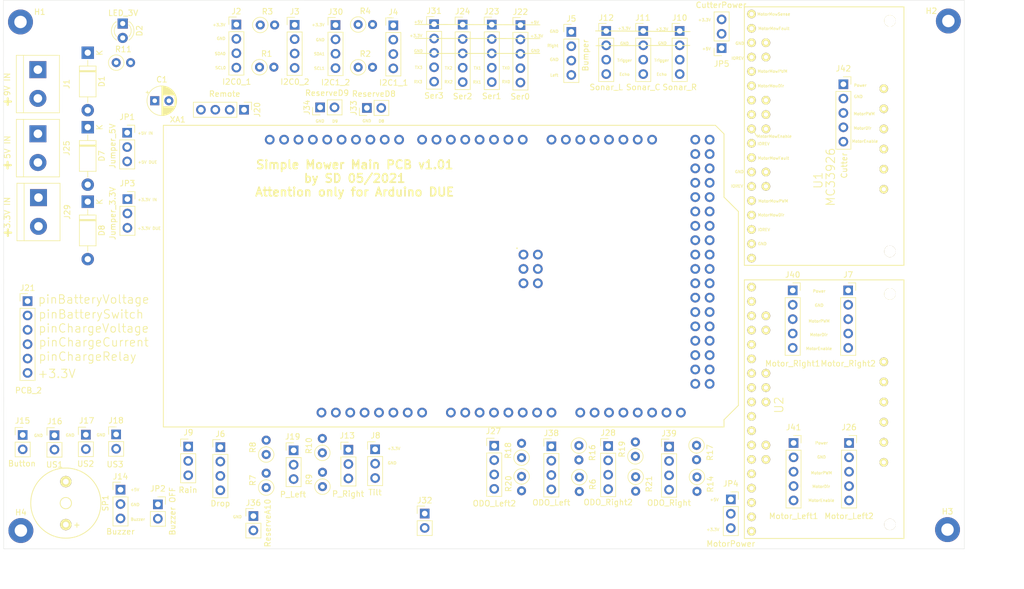
<source format=kicad_pcb>
(kicad_pcb (version 20171130) (host pcbnew "(5.1.9)-1")
  (layers (0 F.Cu signal) (31 B.Cu signal) (34 B.Paste user) (35 F.Paste user) (36 B.SilkS user) (37 F.SilkS user) (38 B.Mask user) (39 F.Mask user) (44 Edge.Cuts user))
  (net 0 "")
  (net 1 SCL1)
  (net 2 SDA1)
  (net 3 GND)
  (net 4 +9V)
  (net 5 pinMotorRightSense)
  (net 6 pinMotorRightFault)
  (net 7 IOREV)
  (net 8 pinMotorRightPWM)
  (net 9 pinMotorEnable)
  (net 10 pinMotorRightDir)
  (net 11 pinMotorLeftSense)
  (net 12 pinMotorLeftFault)
  (net 13 pinMotorLeftPWM)
  (net 14 pinMotorLeftDir)
  (net 15 pinMotorMowSense)
  (net 16 pinMotorMowFault)
  (net 17 pinMotorMowPWM)
  (net 18 pinMotorMowDir)
  (net 19 pinMotorMowEnable)
  (net 20 pinDropLeft)
  (net 21 pinBumperLeft)
  (net 22 pinBumperRight)
  (net 23 pinDropRight)
  (net 24 pinBuzzer)
  (net 25 pinRemoteSwitch)
  (net 26 pinButton)
  (net 27 pinChargeRelay)
  (net 28 pinUserSwitch3)
  (net 29 pinUserSwitch2)
  (net 30 pinUserSwitch1)
  (net 31 pinRain)
  (net 32 pinSonarLeftEcho)
  (net 33 pinTilt)
  (net 34 pinSonarLeftTrigger)
  (net 35 pinSonarRightEcho)
  (net 36 pinSonarRightTrigger)
  (net 37 pinSonarCenterTrigger)
  (net 38 pinSonarCenterEcho)
  (net 39 pinChargeVoltage)
  (net 40 pinChargeCurrent)
  (net 41 pinPerimeterLeft)
  (net 42 pinPerimeterRight)
  (net 43 pinBatteryVoltage)
  (net 44 pinRemoteSteer)
  (net 45 pinRemoteMow)
  (net 46 pinRemoteSpeed)
  (net 47 pinBatterySwitch)
  (net 48 SCL0)
  (net 49 SDA0)
  (net 50 "Net-(C1-Pad2)")
  (net 51 TX0)
  (net 52 RX0)
  (net 53 TX2)
  (net 54 RX2)
  (net 55 TX1)
  (net 56 RX1)
  (net 57 +5V)
  (net 58 +3V3)
  (net 59 "Net-(D1-Pad2)")
  (net 60 "Net-(D2-Pad2)")
  (net 61 "Net-(J13-Pad3)")
  (net 62 "Net-(JP2-Pad2)")
  (net 63 "Net-(J26-Pad1)")
  (net 64 "Net-(J19-Pad3)")
  (net 65 "Net-(J27-Pad1)")
  (net 66 "Net-(J28-Pad1)")
  (net 67 "Net-(D7-Pad2)")
  (net 68 "Net-(D7-Pad1)")
  (net 69 "Net-(D8-Pad2)")
  (net 70 "Net-(D8-Pad1)")
  (net 71 DUE_5V)
  (net 72 DUE_3.3V)
  (net 73 RX3)
  (net 74 TX3)
  (net 75 pinReserveA10)
  (net 76 pinReserveD9)
  (net 77 pinReserveD8)
  (net 78 "Net-(J38-Pad1)")
  (net 79 "Net-(J39-Pad1)")
  (net 80 pinOdometryRight)
  (net 81 pinOdometryLeft)
  (net 82 "Net-(J42-Pad1)")
  (net 83 pinOdometryRight2)
  (net 84 pinOdometryLeft2)
  (net 85 pinMotorRight2Dir)
  (net 86 pinMotorRight2PWM)
  (net 87 pinMotorLeft2Dir)
  (net 88 pinMotorLeft2PWM)
  (net 89 pinMotorRight2Enable)
  (net 90 pinMotorLeft2Enable)
  (net 91 pinReserveD13)
  (net 92 pinMotorLeftEnable)
  (module Connector_PinHeader_2.54mm:PinHeader_1x02_P2.54mm_Vertical (layer F.Cu) (at 113.23 125.37)
    (fp_text reference J32 (at 0 -2.33) (layer F.SilkS))
    (fp_text value ReserveD13)
    (pad 2 thru_hole oval (at 0 2.54) (size 1.7 1.7) (drill 1) (layers *.Cu *.Mask) (net 91 pinReserveD13))
    (pad 1 thru_hole rect (at 0 0) (size 1.7 1.7) (drill 1) (layers *.Cu *.Mask) (net 3 GND))
  )
  (module Resistor_THT:R_Axial_DIN0207_L6.3mm_D2.5mm_P2.54mm_Vertical (layer F.Cu) (at 150.5 118.87 270)
    (fp_text reference R21 (at 1.27 -2.37 90) (layer F.SilkS))
    (fp_text value 1,5KO)
    (pad 2 thru_hole oval (at 2.54 0 270) (size 1.6 1.6) (drill 0.8) (layers *.Cu *.Mask) (net 3 GND))
    (pad 1 thru_hole circle (at 0 0 270) (size 1.6 1.6) (drill 0.8) (layers *.Cu *.Mask) (net 66 "Net-(J28-Pad1)"))
  )
  (module Resistor_THT:R_Axial_DIN0207_L6.3mm_D2.5mm_P2.54mm_Vertical (layer F.Cu) (at 130.34 118.8 270)
    (fp_text reference R20 (at 1.29 2.3 90) (layer F.SilkS))
    (fp_text value 1,5KO)
    (pad 2 thru_hole oval (at 2.54 0 270) (size 1.6 1.6) (drill 0.8) (layers *.Cu *.Mask) (net 3 GND))
    (pad 1 thru_hole circle (at 0 0 270) (size 1.6 1.6) (drill 0.8) (layers *.Cu *.Mask) (net 65 "Net-(J27-Pad1)"))
  )
  (module Resistor_THT:R_Axial_DIN0207_L6.3mm_D2.5mm_P2.54mm_Vertical (layer F.Cu) (at 150.45 115.25 90)
    (fp_text reference R19 (at 1.27 -2.37 90) (layer F.SilkS))
    (fp_text value 1KO)
    (pad 2 thru_hole oval (at 2.54 0 90) (size 1.6 1.6) (drill 0.8) (layers *.Cu *.Mask) (net 84 pinOdometryLeft2))
    (pad 1 thru_hole circle (at 0 0 90) (size 1.6 1.6) (drill 0.8) (layers *.Cu *.Mask) (net 66 "Net-(J28-Pad1)"))
  )
  (module Resistor_THT:R_Axial_DIN0207_L6.3mm_D2.5mm_P2.54mm_Vertical (layer F.Cu) (at 130.34 115.49 90)
    (fp_text reference R18 (at 1.27 -2.37 90) (layer F.SilkS))
    (fp_text value 1KO)
    (pad 2 thru_hole oval (at 2.54 0 90) (size 1.6 1.6) (drill 0.8) (layers *.Cu *.Mask) (net 83 pinOdometryRight2))
    (pad 1 thru_hole circle (at 0 0 90) (size 1.6 1.6) (drill 0.8) (layers *.Cu *.Mask) (net 65 "Net-(J27-Pad1)"))
  )
  (module Connector_PinHeader_2.54mm:PinHeader_1x04_P2.54mm_Vertical (layer F.Cu) (at 145.64 113.43)
    (fp_text reference J28 (at 0 -2.33) (layer F.SilkS))
    (fp_text value ODO_Right2 (at 0 9.95) (layer F.SilkS))
    (pad 4 thru_hole oval (at 0 7.62) (size 1.7 1.7) (drill 1) (layers *.Cu *.Mask) (net 58 +3V3))
    (pad 3 thru_hole oval (at 0 5.08) (size 1.7 1.7) (drill 1) (layers *.Cu *.Mask) (net 57 +5V))
    (pad 2 thru_hole oval (at 0 2.54) (size 1.7 1.7) (drill 1) (layers *.Cu *.Mask) (net 3 GND))
    (pad 1 thru_hole rect (at 0 0) (size 1.7 1.7) (drill 1) (layers *.Cu *.Mask) (net 66 "Net-(J28-Pad1)"))
  )
  (module Connector_PinHeader_2.54mm:PinHeader_1x04_P2.54mm_Vertical (layer F.Cu) (at 125.51 113.38)
    (fp_text reference J27 (at -0.15 -2.57) (layer F.SilkS))
    (fp_text value ODO_Left2 (at 0.02 10.2) (layer F.SilkS))
    (pad 4 thru_hole oval (at 0 7.62) (size 1.7 1.7) (drill 1) (layers *.Cu *.Mask) (net 58 +3V3))
    (pad 3 thru_hole oval (at 0 5.08) (size 1.7 1.7) (drill 1) (layers *.Cu *.Mask) (net 57 +5V))
    (pad 2 thru_hole oval (at 0 2.54) (size 1.7 1.7) (drill 1) (layers *.Cu *.Mask) (net 3 GND))
    (pad 1 thru_hole rect (at 0 0) (size 1.7 1.7) (drill 1) (layers *.Cu *.Mask) (net 65 "Net-(J27-Pad1)"))
  )
  (module Connector_PinSocket_2.54mm:PinSocket_1x05_P2.54mm_Vertical (layer F.Cu) (at 188.2 112.89)
    (fp_text reference J26 (at 0 -2.77) (layer F.SilkS))
    (fp_text value Motor_Left2 (at 0 12.93) (layer F.SilkS))
    (pad 5 thru_hole oval (at 0 10.16) (size 1.7 1.7) (drill 1) (layers *.Cu *.Mask) (net 90 pinMotorLeft2Enable))
    (pad 4 thru_hole oval (at 0 7.62) (size 1.7 1.7) (drill 1) (layers *.Cu *.Mask) (net 87 pinMotorLeft2Dir))
    (pad 3 thru_hole oval (at 0 5.08) (size 1.7 1.7) (drill 1) (layers *.Cu *.Mask) (net 88 pinMotorLeft2PWM))
    (pad 2 thru_hole oval (at 0 2.54) (size 1.7 1.7) (drill 1) (layers *.Cu *.Mask) (net 3 GND))
    (pad 1 thru_hole rect (at 0 0) (size 1.7 1.7) (drill 1) (layers *.Cu *.Mask) (net 63 "Net-(J26-Pad1)"))
  )
  (module Connector_PinSocket_2.54mm:PinSocket_1x05_P2.54mm_Vertical (layer F.Cu) (at 188.05 85.91)
    (fp_text reference J7 (at 0 -2.77) (layer F.SilkS))
    (fp_text value Motor_Right2 (at 0 12.93) (layer F.SilkS))
    (pad 5 thru_hole oval (at 0 10.16) (size 1.7 1.7) (drill 1) (layers *.Cu *.Mask) (net 89 pinMotorRight2Enable))
    (pad 4 thru_hole oval (at 0 7.62) (size 1.7 1.7) (drill 1) (layers *.Cu *.Mask) (net 85 pinMotorRight2Dir))
    (pad 3 thru_hole oval (at 0 5.08) (size 1.7 1.7) (drill 1) (layers *.Cu *.Mask) (net 86 pinMotorRight2PWM))
    (pad 2 thru_hole oval (at 0 2.54) (size 1.7 1.7) (drill 1) (layers *.Cu *.Mask) (net 3 GND))
    (pad 1 thru_hole rect (at 0 0) (size 1.7 1.7) (drill 1) (layers *.Cu *.Mask) (net 63 "Net-(J26-Pad1)"))
  )
  (module Connector_PinHeader_2.54mm:PinHeader_1x04_P2.54mm_Vertical (layer F.Cu) (at 81.31 53.96 270)
    (fp_text reference J20 (at 0 -2.33 90) (layer F.SilkS))
    (fp_text value Remote (at -2.8 3.43) (layer F.SilkS))
    (pad 4 thru_hole oval (at 0 7.62 270) (size 1.7 1.7) (drill 1) (layers *.Cu *.Mask) (net 25 pinRemoteSwitch))
    (pad 3 thru_hole oval (at 0 5.08 270) (size 1.7 1.7) (drill 1) (layers *.Cu *.Mask) (net 45 pinRemoteMow))
    (pad 2 thru_hole oval (at 0 2.54 270) (size 1.7 1.7) (drill 1) (layers *.Cu *.Mask) (net 44 pinRemoteSteer))
    (pad 1 thru_hole rect (at 0 0 270) (size 1.7 1.7) (drill 1) (layers *.Cu *.Mask) (net 46 pinRemoteSpeed))
  )
  (module Connector_PinHeader_2.54mm:PinHeader_1x04_P2.54mm_Vertical (layer F.Cu) (at 77.12 113.63)
    (fp_text reference J6 (at 0 -2.33) (layer F.SilkS))
    (fp_text value Drop (at 0 9.95) (layer F.SilkS))
    (pad 4 thru_hole oval (at 0 7.62) (size 1.7 1.7) (drill 1) (layers *.Cu *.Mask) (net 23 pinDropRight))
    (pad 3 thru_hole oval (at 0 5.08) (size 1.7 1.7) (drill 1) (layers *.Cu *.Mask) (net 3 GND))
    (pad 2 thru_hole oval (at 0 2.54) (size 1.7 1.7) (drill 1) (layers *.Cu *.Mask) (net 20 pinDropLeft))
    (pad 1 thru_hole rect (at 0 0) (size 1.7 1.7) (drill 1) (layers *.Cu *.Mask) (net 3 GND))
  )
  (module Connector_PinSocket_2.54mm:PinSocket_1x03_P2.54mm_Vertical (layer F.Cu) (at 165.69 43.07 180)
    (fp_text reference JP5 (at 0 -2.77) (layer F.SilkS))
    (fp_text value CutterPower (at 0.1 7.62) (layer F.SilkS))
    (pad 3 thru_hole oval (at 0 5.08 180) (size 1.7 1.7) (drill 1) (layers *.Cu *.Mask) (net 58 +3V3))
    (pad 2 thru_hole oval (at 0 2.54 180) (size 1.7 1.7) (drill 1) (layers *.Cu *.Mask) (net 82 "Net-(J42-Pad1)"))
    (pad 1 thru_hole rect (at 0 0 180) (size 1.7 1.7) (drill 1) (layers *.Cu *.Mask) (net 57 +5V))
  )
  (module Connector_PinSocket_2.54mm:PinSocket_1x03_P2.54mm_Vertical (layer F.Cu) (at 167.31 122.86)
    (fp_text reference JP4 (at 0 -2.77) (layer F.SilkS))
    (fp_text value MotorPower (at 0 7.85) (layer F.SilkS))
    (pad 3 thru_hole oval (at 0 5.08) (size 1.7 1.7) (drill 1) (layers *.Cu *.Mask) (net 58 +3V3))
    (pad 2 thru_hole oval (at 0 2.54) (size 1.7 1.7) (drill 1) (layers *.Cu *.Mask) (net 63 "Net-(J26-Pad1)"))
    (pad 1 thru_hole rect (at 0 0) (size 1.7 1.7) (drill 1) (layers *.Cu *.Mask) (net 57 +5V))
  )
  (module Connector_PinSocket_2.54mm:PinSocket_1x05_P2.54mm_Vertical (layer F.Cu) (at 187.2 49.45)
    (fp_text reference J42 (at 0 -2.77) (layer F.SilkS))
    (fp_text value Cutter (at 0.15 14.38 -90) (layer F.SilkS))
    (pad 5 thru_hole oval (at 0 10.16) (size 1.7 1.7) (drill 1) (layers *.Cu *.Mask) (net 19 pinMotorMowEnable))
    (pad 4 thru_hole oval (at 0 7.62) (size 1.7 1.7) (drill 1) (layers *.Cu *.Mask) (net 18 pinMotorMowDir))
    (pad 3 thru_hole oval (at 0 5.08) (size 1.7 1.7) (drill 1) (layers *.Cu *.Mask) (net 17 pinMotorMowPWM))
    (pad 2 thru_hole oval (at 0 2.54) (size 1.7 1.7) (drill 1) (layers *.Cu *.Mask) (net 3 GND))
    (pad 1 thru_hole rect (at 0 0) (size 1.7 1.7) (drill 1) (layers *.Cu *.Mask) (net 82 "Net-(J42-Pad1)"))
  )
  (module Connector_PinSocket_2.54mm:PinSocket_1x05_P2.54mm_Vertical (layer F.Cu) (at 178.4 112.89)
    (fp_text reference J41 (at 0 -2.77) (layer F.SilkS))
    (fp_text value Motor_Left1 (at 0 12.93) (layer F.SilkS))
    (pad 5 thru_hole oval (at 0 10.16) (size 1.7 1.7) (drill 1) (layers *.Cu *.Mask) (net 92 pinMotorLeftEnable))
    (pad 4 thru_hole oval (at 0 7.62) (size 1.7 1.7) (drill 1) (layers *.Cu *.Mask) (net 14 pinMotorLeftDir))
    (pad 3 thru_hole oval (at 0 5.08) (size 1.7 1.7) (drill 1) (layers *.Cu *.Mask) (net 13 pinMotorLeftPWM))
    (pad 2 thru_hole oval (at 0 2.54) (size 1.7 1.7) (drill 1) (layers *.Cu *.Mask) (net 3 GND))
    (pad 1 thru_hole rect (at 0 0) (size 1.7 1.7) (drill 1) (layers *.Cu *.Mask) (net 63 "Net-(J26-Pad1)"))
  )
  (module Connector_PinSocket_2.54mm:PinSocket_1x05_P2.54mm_Vertical (layer F.Cu) (at 178.25 85.91)
    (fp_text reference J40 (at 0 -2.77) (layer F.SilkS))
    (fp_text value Motor_Right1 (at 0 12.93) (layer F.SilkS))
    (pad 5 thru_hole oval (at 0 10.16) (size 1.7 1.7) (drill 1) (layers *.Cu *.Mask) (net 9 pinMotorEnable))
    (pad 4 thru_hole oval (at 0 7.62) (size 1.7 1.7) (drill 1) (layers *.Cu *.Mask) (net 10 pinMotorRightDir))
    (pad 3 thru_hole oval (at 0 5.08) (size 1.7 1.7) (drill 1) (layers *.Cu *.Mask) (net 8 pinMotorRightPWM))
    (pad 2 thru_hole oval (at 0 2.54) (size 1.7 1.7) (drill 1) (layers *.Cu *.Mask) (net 3 GND))
    (pad 1 thru_hole rect (at 0 0) (size 1.7 1.7) (drill 1) (layers *.Cu *.Mask) (net 63 "Net-(J26-Pad1)"))
  )
  (module Resistor_THT:R_Axial_DIN0207_L6.3mm_D2.5mm_P2.54mm_Vertical (layer F.Cu) (at 161.26 113.31 270)
    (fp_text reference R17 (at 1.27 -2.37 90) (layer F.SilkS))
    (fp_text value 1,5KO)
    (pad 2 thru_hole oval (at 2.54 0 270) (size 1.6 1.6) (drill 0.8) (layers *.Cu *.Mask) (net 3 GND))
    (pad 1 thru_hole circle (at 0 0 270) (size 1.6 1.6) (drill 0.8) (layers *.Cu *.Mask) (net 79 "Net-(J39-Pad1)"))
  )
  (module Resistor_THT:R_Axial_DIN0207_L6.3mm_D2.5mm_P2.54mm_Vertical (layer F.Cu) (at 140.47 113.34 270)
    (fp_text reference R16 (at 1.27 -2.37 90) (layer F.SilkS))
    (fp_text value 1,5KO)
    (pad 2 thru_hole oval (at 2.54 0 270) (size 1.6 1.6) (drill 0.8) (layers *.Cu *.Mask) (net 3 GND))
    (pad 1 thru_hole circle (at 0 0 270) (size 1.6 1.6) (drill 0.8) (layers *.Cu *.Mask) (net 78 "Net-(J38-Pad1)"))
  )
  (module Resistor_THT:R_Axial_DIN0207_L6.3mm_D2.5mm_P2.54mm_Vertical (layer F.Cu) (at 161.33 118.9 270)
    (fp_text reference R14 (at 1.27 -2.37 90) (layer F.SilkS))
    (fp_text value 1KO)
    (pad 2 thru_hole oval (at 2.54 0 270) (size 1.6 1.6) (drill 0.8) (layers *.Cu *.Mask) (net 81 pinOdometryLeft))
    (pad 1 thru_hole circle (at 0 0 270) (size 1.6 1.6) (drill 0.8) (layers *.Cu *.Mask) (net 79 "Net-(J39-Pad1)"))
  )
  (module Resistor_THT:R_Axial_DIN0207_L6.3mm_D2.5mm_P2.54mm_Vertical (layer F.Cu) (at 140.54 118.93 270)
    (fp_text reference R6 (at 1.27 -2.37 90) (layer F.SilkS))
    (fp_text value 1KO)
    (pad 2 thru_hole oval (at 2.54 0 270) (size 1.6 1.6) (drill 0.8) (layers *.Cu *.Mask) (net 80 pinOdometryRight))
    (pad 1 thru_hole circle (at 0 0 270) (size 1.6 1.6) (drill 0.8) (layers *.Cu *.Mask) (net 78 "Net-(J38-Pad1)"))
  )
  (module Connector_PinHeader_2.54mm:PinHeader_1x04_P2.54mm_Vertical (layer F.Cu) (at 156.4 113.53)
    (fp_text reference J39 (at 0 -2.33) (layer F.SilkS))
    (fp_text value ODO_Right (at 0 9.95) (layer F.SilkS))
    (pad 4 thru_hole oval (at 0 7.62) (size 1.7 1.7) (drill 1) (layers *.Cu *.Mask) (net 58 +3V3))
    (pad 3 thru_hole oval (at 0 5.08) (size 1.7 1.7) (drill 1) (layers *.Cu *.Mask) (net 57 +5V))
    (pad 2 thru_hole oval (at 0 2.54) (size 1.7 1.7) (drill 1) (layers *.Cu *.Mask) (net 3 GND))
    (pad 1 thru_hole rect (at 0 0) (size 1.7 1.7) (drill 1) (layers *.Cu *.Mask) (net 79 "Net-(J39-Pad1)"))
  )
  (module Connector_PinHeader_2.54mm:PinHeader_1x04_P2.54mm_Vertical (layer F.Cu) (at 135.6 113.48)
    (fp_text reference J38 (at 0 -2.33) (layer F.SilkS))
    (fp_text value ODO_Left (at 0 9.95) (layer F.SilkS))
    (pad 4 thru_hole oval (at 0 7.62) (size 1.7 1.7) (drill 1) (layers *.Cu *.Mask) (net 58 +3V3))
    (pad 3 thru_hole oval (at 0 5.08) (size 1.7 1.7) (drill 1) (layers *.Cu *.Mask) (net 57 +5V))
    (pad 2 thru_hole oval (at 0 2.54) (size 1.7 1.7) (drill 1) (layers *.Cu *.Mask) (net 3 GND))
    (pad 1 thru_hole rect (at 0 0) (size 1.7 1.7) (drill 1) (layers *.Cu *.Mask) (net 78 "Net-(J38-Pad1)"))
  )
  (module Connector_PinHeader_2.54mm:PinHeader_1x02_P2.54mm_Vertical (layer F.Cu) (at 82.96 125.81)
    (fp_text reference J36 (at 0 -2.33) (layer F.SilkS))
    (fp_text value ReserveA10 (at 2.53 1.23 -270) (layer F.SilkS))
    (pad 2 thru_hole oval (at 0 2.54) (size 1.7 1.7) (drill 1) (layers *.Cu *.Mask) (net 75 pinReserveA10))
    (pad 1 thru_hole rect (at 0 0) (size 1.7 1.7) (drill 1) (layers *.Cu *.Mask) (net 3 GND))
  )
  (module Connector_PinHeader_2.54mm:PinHeader_1x02_P2.54mm_Vertical (layer F.Cu) (at 94.75 53.54 90)
    (fp_text reference J34 (at 0 -2.33 90) (layer F.SilkS))
    (fp_text value ReserveD9 (at 2.54 1.22 180) (layer F.SilkS))
    (pad 2 thru_hole oval (at 0 2.54 90) (size 1.7 1.7) (drill 1) (layers *.Cu *.Mask) (net 76 pinReserveD9))
    (pad 1 thru_hole rect (at 0 0 90) (size 1.7 1.7) (drill 1) (layers *.Cu *.Mask) (net 3 GND))
  )
  (module Connector_PinHeader_2.54mm:PinHeader_1x02_P2.54mm_Vertical (layer F.Cu) (at 103.01 53.64 90)
    (fp_text reference J33 (at 0 -2.33 90) (layer F.SilkS))
    (fp_text value ReserveD8 (at 2.49 1.23 180) (layer F.SilkS))
    (pad 2 thru_hole oval (at 0 2.54 90) (size 1.7 1.7) (drill 1) (layers *.Cu *.Mask) (net 77 pinReserveD8))
    (pad 1 thru_hole rect (at 0 0 90) (size 1.7 1.7) (drill 1) (layers *.Cu *.Mask) (net 3 GND))
  )
  (module Connector_PinHeader_2.54mm:PinHeader_1x05_P2.54mm_Vertical (layer F.Cu) (at 114.89 38.83)
    (fp_text reference J31 (at 0 -2.33) (layer F.SilkS))
    (fp_text value Ser3 (at -0.03 12.65) (layer F.SilkS))
    (pad 5 thru_hole oval (at 0 10.16) (size 1.7 1.7) (drill 1) (layers *.Cu *.Mask) (net 73 RX3))
    (pad 4 thru_hole oval (at 0 7.62) (size 1.7 1.7) (drill 1) (layers *.Cu *.Mask) (net 74 TX3))
    (pad 3 thru_hole oval (at 0 5.08) (size 1.7 1.7) (drill 1) (layers *.Cu *.Mask) (net 3 GND))
    (pad 2 thru_hole oval (at 0 2.54) (size 1.7 1.7) (drill 1) (layers *.Cu *.Mask) (net 58 +3V3))
    (pad 1 thru_hole rect (at 0 0) (size 1.7 1.7) (drill 1) (layers *.Cu *.Mask) (net 57 +5V))
  )
  (module Connector_PinHeader_2.54mm:PinHeader_1x05_P2.54mm_Vertical (layer F.Cu) (at 119.94 38.91)
    (fp_text reference J24 (at 0 -2.35) (layer F.SilkS))
    (fp_text value Ser2 (at -0.02 12.68) (layer F.SilkS))
    (pad 5 thru_hole oval (at 0 10.16) (size 1.7 1.7) (drill 1) (layers *.Cu *.Mask) (net 54 RX2))
    (pad 4 thru_hole oval (at 0 7.62) (size 1.7 1.7) (drill 1) (layers *.Cu *.Mask) (net 53 TX2))
    (pad 3 thru_hole oval (at 0 5.08) (size 1.7 1.7) (drill 1) (layers *.Cu *.Mask) (net 3 GND))
    (pad 2 thru_hole oval (at 0 2.54) (size 1.7 1.7) (drill 1) (layers *.Cu *.Mask) (net 58 +3V3))
    (pad 1 thru_hole rect (at 0 0) (size 1.7 1.7) (drill 1) (layers *.Cu *.Mask) (net 57 +5V))
  )
  (module Connector_PinHeader_2.54mm:PinHeader_1x05_P2.54mm_Vertical (layer F.Cu) (at 125.08 38.91)
    (fp_text reference J23 (at 0 -2.33) (layer F.SilkS))
    (fp_text value Ser1 (at -0.02 12.65) (layer F.SilkS))
    (pad 5 thru_hole oval (at 0 10.16) (size 1.7 1.7) (drill 1) (layers *.Cu *.Mask) (net 56 RX1))
    (pad 4 thru_hole oval (at 0 7.62) (size 1.7 1.7) (drill 1) (layers *.Cu *.Mask) (net 55 TX1))
    (pad 3 thru_hole oval (at 0 5.08) (size 1.7 1.7) (drill 1) (layers *.Cu *.Mask) (net 3 GND))
    (pad 2 thru_hole oval (at 0 2.54) (size 1.7 1.7) (drill 1) (layers *.Cu *.Mask) (net 58 +3V3))
    (pad 1 thru_hole rect (at 0 0) (size 1.7 1.7) (drill 1) (layers *.Cu *.Mask) (net 57 +5V))
  )
  (module Connector_PinHeader_2.54mm:PinHeader_1x05_P2.54mm_Vertical (layer F.Cu) (at 130.14 38.99)
    (fp_text reference J22 (at 0 -2.33) (layer F.SilkS))
    (fp_text value Ser0 (at -0.04 12.65) (layer F.SilkS))
    (pad 5 thru_hole oval (at 0 10.16) (size 1.7 1.7) (drill 1) (layers *.Cu *.Mask) (net 52 RX0))
    (pad 4 thru_hole oval (at 0 7.62) (size 1.7 1.7) (drill 1) (layers *.Cu *.Mask) (net 51 TX0))
    (pad 3 thru_hole oval (at 0 5.08) (size 1.7 1.7) (drill 1) (layers *.Cu *.Mask) (net 3 GND))
    (pad 2 thru_hole oval (at 0 2.54) (size 1.7 1.7) (drill 1) (layers *.Cu *.Mask) (net 58 +3V3))
    (pad 1 thru_hole rect (at 0 0) (size 1.7 1.7) (drill 1) (layers *.Cu *.Mask) (net 57 +5V))
  )
  (module Connector_PinHeader_2.54mm:PinHeader_1x02_P2.54mm_Vertical (layer F.Cu) (at 58.71 111.37)
    (fp_text reference J18 (at -0.02 -2.46) (layer F.SilkS))
    (fp_text value US3 (at -0.19 5.3) (layer F.SilkS))
    (pad 2 thru_hole oval (at 0 2.54) (size 1.7 1.7) (drill 1) (layers *.Cu *.Mask) (net 28 pinUserSwitch3))
    (pad 1 thru_hole rect (at 0 0) (size 1.7 1.7) (drill 1) (layers *.Cu *.Mask) (net 3 GND))
  )
  (module Connector_PinHeader_2.54mm:PinHeader_1x02_P2.54mm_Vertical (layer F.Cu) (at 53.36 111.42)
    (fp_text reference J17 (at 0.14 -2.49) (layer F.SilkS))
    (fp_text value US2 (at -0.04 5.16) (layer F.SilkS))
    (pad 2 thru_hole oval (at 0 2.54) (size 1.7 1.7) (drill 1) (layers *.Cu *.Mask) (net 29 pinUserSwitch2))
    (pad 1 thru_hole rect (at 0 0) (size 1.7 1.7) (drill 1) (layers *.Cu *.Mask) (net 3 GND))
  )
  (module Connector_PinHeader_2.54mm:PinHeader_1x02_P2.54mm_Vertical (layer F.Cu) (at 47.81 111.52)
    (fp_text reference J16 (at 0.06 -2.46) (layer F.SilkS))
    (fp_text value US1 (at 0.02 5.21) (layer F.SilkS))
    (pad 2 thru_hole oval (at 0 2.54) (size 1.7 1.7) (drill 1) (layers *.Cu *.Mask) (net 30 pinUserSwitch1))
    (pad 1 thru_hole rect (at 0 0) (size 1.7 1.7) (drill 1) (layers *.Cu *.Mask) (net 3 GND))
  )
  (module Connector_PinHeader_2.54mm:PinHeader_1x02_P2.54mm_Vertical (layer F.Cu) (at 42.2 111.47)
    (fp_text reference J15 (at -0.03 -2.51) (layer F.SilkS))
    (fp_text value Button (at -0.14 5.05) (layer F.SilkS))
    (pad 2 thru_hole oval (at 0 2.54) (size 1.7 1.7) (drill 1) (layers *.Cu *.Mask) (net 26 pinButton))
    (pad 1 thru_hole rect (at 0 0) (size 1.7 1.7) (drill 1) (layers *.Cu *.Mask) (net 3 GND))
  )
  (module MountingHole:MountingHole_2.2mm_M2_Pad_TopBottom (layer F.Cu) (at 41.88 128.37)
    (fp_text reference H4 (at 0 -3.2) (layer F.SilkS))
    (fp_text value MountingHole_Pad)
    (pad 1 connect circle (at 0 0) (size 4.4 4.4) (layers B.Cu B.Mask) (net 3 GND))
    (pad 1 connect circle (at 0 0) (size 4.4 4.4) (layers F.Cu F.Mask) (net 3 GND))
    (pad 1 thru_hole circle (at 0 0) (size 2.6 2.6) (drill 2.2) (layers *.Cu *.Mask) (net 3 GND))
  )
  (module MountingHole:MountingHole_2.2mm_M2_Pad_TopBottom (layer F.Cu) (at 205.6 128.21)
    (fp_text reference H3 (at 0 -3.2) (layer F.SilkS))
    (fp_text value MountingHole_Pad)
    (pad 1 connect circle (at 0 0) (size 4.4 4.4) (layers B.Cu B.Mask) (net 3 GND))
    (pad 1 connect circle (at 0 0) (size 4.4 4.4) (layers F.Cu F.Mask) (net 3 GND))
    (pad 1 thru_hole circle (at 0 0) (size 2.6 2.6) (drill 2.2) (layers *.Cu *.Mask) (net 3 GND))
  )
  (module MountingHole:MountingHole_2.2mm_M2_Pad_TopBottom (layer F.Cu) (at 205.75 38.27)
    (fp_text reference H2 (at -3 -1.78) (layer F.SilkS))
    (fp_text value MountingHole_Pad)
    (pad 1 connect circle (at 0 0) (size 4.4 4.4) (layers B.Cu B.Mask) (net 3 GND))
    (pad 1 connect circle (at 0 0) (size 4.4 4.4) (layers F.Cu F.Mask) (net 3 GND))
    (pad 1 thru_hole circle (at 0 0) (size 2.6 2.6) (drill 2.2) (layers *.Cu *.Mask) (net 3 GND))
  )
  (module MountingHole:MountingHole_2.2mm_M2_Pad_TopBottom (layer F.Cu) (at 41.81 38.44)
    (fp_text reference H1 (at 3.4 -1.78) (layer F.SilkS))
    (fp_text value MountingHole_Pad)
    (pad 1 connect circle (at 0 0) (size 4.4 4.4) (layers B.Cu B.Mask) (net 3 GND))
    (pad 1 connect circle (at 0 0) (size 4.4 4.4) (layers F.Cu F.Mask) (net 3 GND))
    (pad 1 thru_hole circle (at 0 0) (size 2.6 2.6) (drill 2.2) (layers *.Cu *.Mask) (net 3 GND))
  )
  (module Connector_PinHeader_2.54mm:PinHeader_1x03_P2.54mm_Vertical (layer F.Cu) (at 59.48 121.15)
    (fp_text reference J14 (at 0 -2.33) (layer F.SilkS))
    (fp_text value Buzzer (at 0 7.41) (layer F.SilkS))
    (pad 3 thru_hole oval (at 0 5.08) (size 1.7 1.7) (drill 1) (layers *.Cu *.Mask) (net 24 pinBuzzer))
    (pad 2 thru_hole oval (at 0 2.54) (size 1.7 1.7) (drill 1) (layers *.Cu *.Mask) (net 3 GND))
    (pad 1 thru_hole rect (at 0 0) (size 1.7 1.7) (drill 1) (layers *.Cu *.Mask) (net 57 +5V))
  )
  (module Zimprich:MC_33926_31polig_mit_Bohrloch_neue_Masse (layer F.Cu) (at 208.82 133.58 90)
    (fp_text reference U2 (at 27.41 -33 90) (layer F.SilkS) (effects (font (size 1.5 1.5))))
    (fp_text value MC33926 hide)
    (pad ~ thru_hole circle (at 47.0535 -13.3985 90) (size 2 2) (drill 2) (layers *.Cu *.Mask F.SilkS))
    (pad ~ thru_hole circle (at 6.2865 -13.3985 90) (size 2 2) (drill 2) (layers *.Cu *.Mask F.SilkS))
    (pad 31 thru_hole circle (at 43.18 -35.306 90) (size 1.524 1.524) (drill 0.762) (layers *.Cu *.Mask F.SilkS))
    (pad 30 thru_hole circle (at 40.64 -35.306 90) (size 1.524 1.524) (drill 0.762) (layers *.Cu *.Mask F.SilkS))
    (pad 29 thru_hole circle (at 33.02 -35.306 90) (size 1.524 1.524) (drill 0.762) (layers *.Cu *.Mask F.SilkS))
    (pad 28 thru_hole circle (at 30.48 -35.306 90) (size 1.524 1.524) (drill 0.762) (layers *.Cu *.Mask F.SilkS))
    (pad 27 thru_hole circle (at 27.94 -35.306 90) (size 1.524 1.524) (drill 0.762) (layers *.Cu *.Mask F.SilkS))
    (pad 26 thru_hole circle (at 20.32 -35.306 90) (size 1.524 1.524) (drill 0.762) (layers *.Cu *.Mask F.SilkS))
    (pad 25 thru_hole circle (at 17.78 -35.306 90) (size 1.524 1.524) (drill 0.762) (layers *.Cu *.Mask F.SilkS))
    (pad 24 thru_hole circle (at 35.052 -14.478 90) (size 1.524 1.524) (drill 0.762) (layers *.Cu *.Mask F.SilkS))
    (pad 23 thru_hole circle (at 31.496 -14.478 90) (size 1.524 1.524) (drill 0.762) (layers *.Cu *.Mask F.SilkS))
    (pad 22 thru_hole circle (at 27.94 -14.478 90) (size 1.524 1.524) (drill 0.762) (layers *.Cu *.Mask F.SilkS))
    (pad 21 thru_hole circle (at 24.384 -14.478 90) (size 1.524 1.524) (drill 0.762) (layers *.Cu *.Mask F.SilkS))
    (pad 20 thru_hole circle (at 20.828 -14.478 90) (size 1.524 1.524) (drill 0.762) (layers *.Cu *.Mask F.SilkS))
    (pad 19 thru_hole circle (at 17.272 -14.478 90) (size 1.524 1.524) (drill 0.762) (layers *.Cu *.Mask F.SilkS))
    (pad 18 thru_hole circle (at 48.26 -37.846 90) (size 1.524 1.524) (drill 0.762) (layers *.Cu *.Mask F.SilkS) (net 5 pinMotorRightSense))
    (pad 17 thru_hole circle (at 45.72 -37.846 90) (size 1.524 1.524) (drill 0.762) (layers *.Cu *.Mask F.SilkS) (net 6 pinMotorRightFault))
    (pad 16 thru_hole circle (at 43.18 -37.846 90) (size 1.524 1.524) (drill 0.762) (layers *.Cu *.Mask F.SilkS) (net 3 GND))
    (pad 15 thru_hole circle (at 40.64 -37.846 90) (size 1.524 1.524) (drill 0.762) (layers *.Cu *.Mask F.SilkS) (net 7 IOREV))
    (pad 14 thru_hole circle (at 38.1 -37.846 90) (size 1.524 1.524) (drill 0.762) (layers *.Cu *.Mask F.SilkS) (net 8 pinMotorRightPWM))
    (pad 13 thru_hole circle (at 35.56 -37.846 90) (size 1.524 1.524) (drill 0.762) (layers *.Cu *.Mask F.SilkS) (net 10 pinMotorRightDir))
    (pad 12 thru_hole circle (at 33.02 -37.846 90) (size 1.524 1.524) (drill 0.762) (layers *.Cu *.Mask F.SilkS))
    (pad 11 thru_hole circle (at 30.48 -37.846 90) (size 1.524 1.524) (drill 0.762) (layers *.Cu *.Mask F.SilkS))
    (pad 10 thru_hole circle (at 27.94 -37.846 90) (size 1.524 1.524) (drill 0.762) (layers *.Cu *.Mask F.SilkS) (net 9 pinMotorEnable))
    (pad 9 thru_hole circle (at 25.4 -37.846 90) (size 1.524 1.524) (drill 0.762) (layers *.Cu *.Mask F.SilkS) (net 11 pinMotorLeftSense))
    (pad 8 thru_hole circle (at 22.86 -37.846 90) (size 1.524 1.524) (drill 0.762) (layers *.Cu *.Mask F.SilkS) (net 12 pinMotorLeftFault))
    (pad 7 thru_hole circle (at 20.32 -37.846 90) (size 1.524 1.524) (drill 0.762) (layers *.Cu *.Mask F.SilkS) (net 3 GND))
    (pad 6 thru_hole circle (at 17.78 -37.846 90) (size 1.524 1.524) (drill 0.762) (layers *.Cu *.Mask F.SilkS) (net 7 IOREV))
    (pad 5 thru_hole circle (at 15.24 -37.846 90) (size 1.524 1.524) (drill 0.762) (layers *.Cu *.Mask F.SilkS) (net 13 pinMotorLeftPWM))
    (pad 4 thru_hole circle (at 12.7 -37.846 90) (size 1.524 1.524) (drill 0.762) (layers *.Cu *.Mask F.SilkS) (net 14 pinMotorLeftDir))
    (pad 3 thru_hole circle (at 10.16 -37.846 90) (size 1.524 1.524) (drill 0.762) (layers *.Cu *.Mask F.SilkS) (net 7 IOREV))
    (pad 2 thru_hole circle (at 7.62 -37.846 90) (size 1.524 1.524) (drill 0.762) (layers *.Cu *.Mask F.SilkS) (net 3 GND))
    (pad 1 thru_hole circle (at 5.08 -37.846 90) (size 1.524 1.524) (drill 0.762) (layers *.Cu *.Mask F.SilkS))
  )
  (module Resistor_THT:R_Axial_DIN0207_L6.3mm_D2.5mm_P2.54mm_Vertical (layer F.Cu) (at 101.47 38.89)
    (fp_text reference R4 (at 1.27 -2.37) (layer F.SilkS))
    (fp_text value XXX)
    (pad 2 thru_hole oval (at 2.54 0) (size 1.6 1.6) (drill 0.8) (layers *.Cu *.Mask) (net 58 +3V3))
    (pad 1 thru_hole circle (at 0 0) (size 1.6 1.6) (drill 0.8) (layers *.Cu *.Mask) (net 2 SDA1))
  )
  (module Resistor_THT:R_Axial_DIN0207_L6.3mm_D2.5mm_P2.54mm_Vertical (layer F.Cu) (at 84.17 38.97)
    (fp_text reference R3 (at 1.27 -2.37) (layer F.SilkS))
    (fp_text value XXX)
    (pad 2 thru_hole oval (at 2.54 0) (size 1.6 1.6) (drill 0.8) (layers *.Cu *.Mask) (net 58 +3V3))
    (pad 1 thru_hole circle (at 0 0) (size 1.6 1.6) (drill 0.8) (layers *.Cu *.Mask) (net 49 SDA0))
  )
  (module Resistor_THT:R_Axial_DIN0207_L6.3mm_D2.5mm_P2.54mm_Vertical (layer F.Cu) (at 101.47 46.45)
    (fp_text reference R2 (at 1.27 -2.37) (layer F.SilkS))
    (fp_text value XXX)
    (pad 2 thru_hole oval (at 2.54 0) (size 1.6 1.6) (drill 0.8) (layers *.Cu *.Mask) (net 58 +3V3))
    (pad 1 thru_hole circle (at 0 0) (size 1.6 1.6) (drill 0.8) (layers *.Cu *.Mask) (net 1 SCL1))
  )
  (module Resistor_THT:R_Axial_DIN0207_L6.3mm_D2.5mm_P2.54mm_Vertical (layer F.Cu) (at 84.04 46.43)
    (fp_text reference R1 (at 1.27 -2.37) (layer F.SilkS))
    (fp_text value XXX)
    (pad 2 thru_hole oval (at 2.54 0) (size 1.6 1.6) (drill 0.8) (layers *.Cu *.Mask) (net 58 +3V3))
    (pad 1 thru_hole circle (at 0 0) (size 1.6 1.6) (drill 0.8) (layers *.Cu *.Mask) (net 48 SCL0))
  )
  (module Connector_PinSocket_2.54mm:PinSocket_1x03_P2.54mm_Vertical (layer F.Cu) (at 60.7 69.76)
    (fp_text reference JP3 (at 0 -2.77) (layer F.SilkS))
    (fp_text value Jumper_3.3V (at -2.61 2.54 90) (layer F.SilkS))
    (pad 3 thru_hole oval (at 0 5.08) (size 1.7 1.7) (drill 1) (layers *.Cu *.Mask) (net 72 DUE_3.3V))
    (pad 2 thru_hole oval (at 0 2.54) (size 1.7 1.7) (drill 1) (layers *.Cu *.Mask) (net 58 +3V3))
    (pad 1 thru_hole rect (at 0 0) (size 1.7 1.7) (drill 1) (layers *.Cu *.Mask) (net 70 "Net-(D8-Pad1)"))
  )
  (module Connector_PinSocket_2.54mm:PinSocket_1x02_P2.54mm_Vertical (layer F.Cu) (at 66.08 123.74)
    (fp_text reference JP2 (at 0 -2.77) (layer F.SilkS))
    (fp_text value "Buzzer OFF" (at 2.58 1.21 90) (layer F.SilkS))
    (pad 2 thru_hole oval (at 0 2.54) (size 1.7 1.7) (drill 1) (layers *.Cu *.Mask) (net 62 "Net-(JP2-Pad2)"))
    (pad 1 thru_hole rect (at 0 0) (size 1.7 1.7) (drill 1) (layers *.Cu *.Mask) (net 24 pinBuzzer))
  )
  (module Connector_PinSocket_2.54mm:PinSocket_1x03_P2.54mm_Vertical (layer F.Cu) (at 60.66 58.02)
    (fp_text reference JP1 (at 0 -2.77) (layer F.SilkS))
    (fp_text value Jumper_5V (at -2.59 2.37 90) (layer F.SilkS))
    (pad 3 thru_hole oval (at 0 5.08) (size 1.7 1.7) (drill 1) (layers *.Cu *.Mask) (net 71 DUE_5V))
    (pad 2 thru_hole oval (at 0 2.54) (size 1.7 1.7) (drill 1) (layers *.Cu *.Mask) (net 57 +5V))
    (pad 1 thru_hole rect (at 0 0) (size 1.7 1.7) (drill 1) (layers *.Cu *.Mask) (net 68 "Net-(D7-Pad1)"))
  )
  (module Connector_PinHeader_2.54mm:PinHeader_1x04_P2.54mm_Vertical (layer F.Cu) (at 97.47 38.98)
    (fp_text reference J30 (at 0 -2.33) (layer F.SilkS))
    (fp_text value I2C1_2 (at 0.01 10.15) (layer F.SilkS))
    (pad 4 thru_hole oval (at 0 7.62) (size 1.7 1.7) (drill 1) (layers *.Cu *.Mask) (net 1 SCL1))
    (pad 3 thru_hole oval (at 0 5.08) (size 1.7 1.7) (drill 1) (layers *.Cu *.Mask) (net 2 SDA1))
    (pad 2 thru_hole oval (at 0 2.54) (size 1.7 1.7) (drill 1) (layers *.Cu *.Mask) (net 3 GND))
    (pad 1 thru_hole rect (at 0 0) (size 1.7 1.7) (drill 1) (layers *.Cu *.Mask) (net 58 +3V3))
  )
  (module TerminalBlock:TerminalBlock_bornier-2_P5.08mm (layer F.Cu) (at 44.99 69.5 270)
    (fp_text reference J29 (at 2.54 -5.08 90) (layer F.SilkS))
    (fp_text value "3.3V IN" (at 2.66 5.52 90) (layer F.SilkS))
    (pad 2 thru_hole circle (at 5.08 0 270) (size 3 3) (drill 1.52) (layers *.Cu *.Mask) (net 69 "Net-(D8-Pad2)"))
    (pad 1 thru_hole rect (at 0 0 270) (size 3 3) (drill 1.52) (layers *.Cu *.Mask) (net 3 GND))
  )
  (module TerminalBlock:TerminalBlock_bornier-2_P5.08mm (layer F.Cu) (at 44.89 58.21 270)
    (fp_text reference J25 (at 2.54 -5.08 90) (layer F.SilkS))
    (fp_text value "5V IN" (at 2.38 5.39 90) (layer F.SilkS))
    (pad 2 thru_hole circle (at 5.08 0 270) (size 3 3) (drill 1.52) (layers *.Cu *.Mask) (net 67 "Net-(D7-Pad2)"))
    (pad 1 thru_hole rect (at 0 0 270) (size 3 3) (drill 1.52) (layers *.Cu *.Mask) (net 3 GND))
  )
  (module Diode_THT:D_DO-41_SOD81_P10.16mm_Horizontal (layer F.Cu) (at 53.69 70.22 270)
    (fp_text reference D8 (at 5.08 -2.47 90) (layer F.SilkS))
    (fp_text value 1N5819)
    (fp_text user K (at 0 -2.1 90) (layer F.SilkS))
    (pad 2 thru_hole oval (at 10.16 0 270) (size 2.2 2.2) (drill 1.1) (layers *.Cu *.Mask) (net 69 "Net-(D8-Pad2)"))
    (pad 1 thru_hole rect (at 0 0 270) (size 2.2 2.2) (drill 1.1) (layers *.Cu *.Mask) (net 70 "Net-(D8-Pad1)"))
  )
  (module Diode_THT:D_DO-41_SOD81_P10.16mm_Horizontal (layer F.Cu) (at 53.69 57.05 270)
    (fp_text reference D7 (at 5.08 -2.47 90) (layer F.SilkS))
    (fp_text value 1N5819)
    (fp_text user K (at 0 -2.1 90) (layer F.SilkS))
    (pad 2 thru_hole oval (at 10.16 0 270) (size 2.2 2.2) (drill 1.1) (layers *.Cu *.Mask) (net 67 "Net-(D7-Pad2)"))
    (pad 1 thru_hole rect (at 0 0 270) (size 2.2 2.2) (drill 1.1) (layers *.Cu *.Mask) (net 68 "Net-(D7-Pad1)"))
  )
  (module Connector_PinHeader_2.54mm:PinHeader_1x03_P2.54mm_Vertical (layer F.Cu) (at 90.07 114.19)
    (fp_text reference J19 (at -0.17 -2.42) (layer F.SilkS))
    (fp_text value P_Left (at -0.11 7.8) (layer F.SilkS))
    (pad 3 thru_hole oval (at 0 5.08) (size 1.7 1.7) (drill 1) (layers *.Cu *.Mask) (net 64 "Net-(J19-Pad3)"))
    (pad 2 thru_hole oval (at 0 2.54) (size 1.7 1.7) (drill 1) (layers *.Cu *.Mask) (net 3 GND))
    (pad 1 thru_hole rect (at 0 0) (size 1.7 1.7) (drill 1) (layers *.Cu *.Mask) (net 57 +5V))
  )
  (module Zimprich:MC_33926_31polig_mit_Bohrloch_neue_Masse (layer F.Cu) (at 208.82 85.29 90)
    (fp_text reference U1 (at 18.84 -26.07 90) (layer F.SilkS) (effects (font (size 1.5 1.5))))
    (fp_text value MC33926 (at 19.431 -23.876 90) (layer F.SilkS) (effects (font (size 1.5 1.5))))
    (pad ~ thru_hole circle (at 47.0535 -13.3985 90) (size 2 2) (drill 2) (layers *.Cu *.Mask F.SilkS))
    (pad ~ thru_hole circle (at 6.2865 -13.3985 90) (size 2 2) (drill 2) (layers *.Cu *.Mask F.SilkS))
    (pad 31 thru_hole circle (at 43.18 -35.306 90) (size 1.524 1.524) (drill 0.762) (layers *.Cu *.Mask F.SilkS))
    (pad 30 thru_hole circle (at 40.64 -35.306 90) (size 1.524 1.524) (drill 0.762) (layers *.Cu *.Mask F.SilkS))
    (pad 29 thru_hole circle (at 33.02 -35.306 90) (size 1.524 1.524) (drill 0.762) (layers *.Cu *.Mask F.SilkS))
    (pad 28 thru_hole circle (at 30.48 -35.306 90) (size 1.524 1.524) (drill 0.762) (layers *.Cu *.Mask F.SilkS))
    (pad 27 thru_hole circle (at 27.94 -35.306 90) (size 1.524 1.524) (drill 0.762) (layers *.Cu *.Mask F.SilkS))
    (pad 26 thru_hole circle (at 20.32 -35.306 90) (size 1.524 1.524) (drill 0.762) (layers *.Cu *.Mask F.SilkS))
    (pad 25 thru_hole circle (at 17.78 -35.306 90) (size 1.524 1.524) (drill 0.762) (layers *.Cu *.Mask F.SilkS))
    (pad 24 thru_hole circle (at 35.052 -14.478 90) (size 1.524 1.524) (drill 0.762) (layers *.Cu *.Mask F.SilkS))
    (pad 23 thru_hole circle (at 31.496 -14.478 90) (size 1.524 1.524) (drill 0.762) (layers *.Cu *.Mask F.SilkS))
    (pad 22 thru_hole circle (at 27.94 -14.478 90) (size 1.524 1.524) (drill 0.762) (layers *.Cu *.Mask F.SilkS))
    (pad 21 thru_hole circle (at 24.384 -14.478 90) (size 1.524 1.524) (drill 0.762) (layers *.Cu *.Mask F.SilkS))
    (pad 20 thru_hole circle (at 20.828 -14.478 90) (size 1.524 1.524) (drill 0.762) (layers *.Cu *.Mask F.SilkS))
    (pad 19 thru_hole circle (at 17.272 -14.478 90) (size 1.524 1.524) (drill 0.762) (layers *.Cu *.Mask F.SilkS))
    (pad 18 thru_hole circle (at 48.26 -37.846 90) (size 1.524 1.524) (drill 0.762) (layers *.Cu *.Mask F.SilkS) (net 15 pinMotorMowSense))
    (pad 17 thru_hole circle (at 45.72 -37.846 90) (size 1.524 1.524) (drill 0.762) (layers *.Cu *.Mask F.SilkS) (net 16 pinMotorMowFault))
    (pad 16 thru_hole circle (at 43.18 -37.846 90) (size 1.524 1.524) (drill 0.762) (layers *.Cu *.Mask F.SilkS) (net 3 GND))
    (pad 15 thru_hole circle (at 40.64 -37.846 90) (size 1.524 1.524) (drill 0.762) (layers *.Cu *.Mask F.SilkS) (net 7 IOREV))
    (pad 14 thru_hole circle (at 38.1 -37.846 90) (size 1.524 1.524) (drill 0.762) (layers *.Cu *.Mask F.SilkS) (net 17 pinMotorMowPWM))
    (pad 13 thru_hole circle (at 35.56 -37.846 90) (size 1.524 1.524) (drill 0.762) (layers *.Cu *.Mask F.SilkS) (net 18 pinMotorMowDir))
    (pad 12 thru_hole circle (at 33.02 -37.846 90) (size 1.524 1.524) (drill 0.762) (layers *.Cu *.Mask F.SilkS))
    (pad 11 thru_hole circle (at 30.48 -37.846 90) (size 1.524 1.524) (drill 0.762) (layers *.Cu *.Mask F.SilkS))
    (pad 10 thru_hole circle (at 27.94 -37.846 90) (size 1.524 1.524) (drill 0.762) (layers *.Cu *.Mask F.SilkS) (net 19 pinMotorMowEnable))
    (pad 9 thru_hole circle (at 25.4 -37.846 90) (size 1.524 1.524) (drill 0.762) (layers *.Cu *.Mask F.SilkS) (net 7 IOREV))
    (pad 8 thru_hole circle (at 22.86 -37.846 90) (size 1.524 1.524) (drill 0.762) (layers *.Cu *.Mask F.SilkS) (net 16 pinMotorMowFault))
    (pad 7 thru_hole circle (at 20.32 -37.846 90) (size 1.524 1.524) (drill 0.762) (layers *.Cu *.Mask F.SilkS) (net 3 GND))
    (pad 6 thru_hole circle (at 17.78 -37.846 90) (size 1.524 1.524) (drill 0.762) (layers *.Cu *.Mask F.SilkS) (net 7 IOREV))
    (pad 5 thru_hole circle (at 15.24 -37.846 90) (size 1.524 1.524) (drill 0.762) (layers *.Cu *.Mask F.SilkS) (net 17 pinMotorMowPWM))
    (pad 4 thru_hole circle (at 12.7 -37.846 90) (size 1.524 1.524) (drill 0.762) (layers *.Cu *.Mask F.SilkS) (net 18 pinMotorMowDir))
    (pad 3 thru_hole circle (at 10.16 -37.846 90) (size 1.524 1.524) (drill 0.762) (layers *.Cu *.Mask F.SilkS) (net 7 IOREV))
    (pad 2 thru_hole circle (at 7.62 -37.846 90) (size 1.524 1.524) (drill 0.762) (layers *.Cu *.Mask F.SilkS) (net 3 GND))
    (pad 1 thru_hole circle (at 5.08 -37.846 90) (size 1.524 1.524) (drill 0.762) (layers *.Cu *.Mask F.SilkS))
  )
  (module LED_THT:LED_D3.0mm (layer F.Cu) (at 59.87 38.72 270)
    (fp_text reference D2 (at 1.27 -2.96 90) (layer F.SilkS))
    (fp_text value LED_3V (at -1.86 -0.08 180) (layer F.SilkS))
    (pad 2 thru_hole circle (at 2.54 0 270) (size 1.8 1.8) (drill 0.9) (layers *.Cu *.Mask) (net 60 "Net-(D2-Pad2)"))
    (pad 1 thru_hole rect (at 0 0 270) (size 1.8 1.8) (drill 0.9) (layers *.Cu *.Mask) (net 3 GND))
  )
  (module Connector_PinHeader_2.54mm:PinHeader_1x06_P2.54mm_Vertical (layer F.Cu) (at 43.06 87.8)
    (fp_text reference J21 (at 0 -2.33) (layer F.SilkS))
    (fp_text value PCB_2 (at 0.16 15.8) (layer F.SilkS))
    (pad 6 thru_hole oval (at 0 12.7) (size 1.7 1.7) (drill 1) (layers *.Cu *.Mask) (net 58 +3V3))
    (pad 5 thru_hole oval (at 0 10.16) (size 1.7 1.7) (drill 1) (layers *.Cu *.Mask) (net 27 pinChargeRelay))
    (pad 4 thru_hole oval (at 0 7.62) (size 1.7 1.7) (drill 1) (layers *.Cu *.Mask) (net 40 pinChargeCurrent))
    (pad 3 thru_hole oval (at 0 5.08) (size 1.7 1.7) (drill 1) (layers *.Cu *.Mask) (net 39 pinChargeVoltage))
    (pad 2 thru_hole oval (at 0 2.54) (size 1.7 1.7) (drill 1) (layers *.Cu *.Mask) (net 47 pinBatterySwitch))
    (pad 1 thru_hole rect (at 0 0) (size 1.7 1.7) (drill 1) (layers *.Cu *.Mask) (net 43 pinBatteryVoltage))
  )
  (module Connector_PinHeader_2.54mm:PinHeader_1x04_P2.54mm_Vertical (layer F.Cu) (at 145.3 40.03)
    (fp_text reference J12 (at 0 -2.33) (layer F.SilkS))
    (fp_text value Sonar_L (at 0 9.95) (layer F.SilkS))
    (pad 4 thru_hole oval (at 0 7.62) (size 1.7 1.7) (drill 1) (layers *.Cu *.Mask) (net 32 pinSonarLeftEcho))
    (pad 3 thru_hole oval (at 0 5.08) (size 1.7 1.7) (drill 1) (layers *.Cu *.Mask) (net 34 pinSonarLeftTrigger))
    (pad 2 thru_hole oval (at 0 2.54) (size 1.7 1.7) (drill 1) (layers *.Cu *.Mask) (net 3 GND))
    (pad 1 thru_hole rect (at 0 0) (size 1.7 1.7) (drill 1) (layers *.Cu *.Mask) (net 58 +3V3))
  )
  (module Connector_PinHeader_2.54mm:PinHeader_1x04_P2.54mm_Vertical (layer F.Cu) (at 151.84 40.03)
    (fp_text reference J11 (at -0.07 -2.34) (layer F.SilkS))
    (fp_text value Sonar_C (at 0 9.95) (layer F.SilkS))
    (pad 4 thru_hole oval (at 0 7.62) (size 1.7 1.7) (drill 1) (layers *.Cu *.Mask) (net 38 pinSonarCenterEcho))
    (pad 3 thru_hole oval (at 0 5.08) (size 1.7 1.7) (drill 1) (layers *.Cu *.Mask) (net 37 pinSonarCenterTrigger))
    (pad 2 thru_hole oval (at 0 2.54) (size 1.7 1.7) (drill 1) (layers *.Cu *.Mask) (net 3 GND))
    (pad 1 thru_hole rect (at 0 0) (size 1.7 1.7) (drill 1) (layers *.Cu *.Mask) (net 58 +3V3))
  )
  (module Connector_PinHeader_2.54mm:PinHeader_1x04_P2.54mm_Vertical (layer F.Cu) (at 158.28 40.03)
    (fp_text reference J10 (at 0 -2.33) (layer F.SilkS))
    (fp_text value Sonar_R (at 0 9.95) (layer F.SilkS))
    (pad 4 thru_hole oval (at 0 7.62) (size 1.7 1.7) (drill 1) (layers *.Cu *.Mask) (net 35 pinSonarRightEcho))
    (pad 3 thru_hole oval (at 0 5.08) (size 1.7 1.7) (drill 1) (layers *.Cu *.Mask) (net 36 pinSonarRightTrigger))
    (pad 2 thru_hole oval (at 0 2.54) (size 1.7 1.7) (drill 1) (layers *.Cu *.Mask) (net 3 GND))
    (pad 1 thru_hole rect (at 0 0) (size 1.7 1.7) (drill 1) (layers *.Cu *.Mask) (net 58 +3V3))
  )
  (module Connector_PinHeader_2.54mm:PinHeader_1x04_P2.54mm_Vertical (layer F.Cu) (at 139.13 40.19)
    (fp_text reference J5 (at 0 -2.33) (layer F.SilkS))
    (fp_text value Bumper (at 2.5 4.16 90) (layer F.SilkS))
    (pad 4 thru_hole oval (at 0 7.62) (size 1.7 1.7) (drill 1) (layers *.Cu *.Mask) (net 21 pinBumperLeft))
    (pad 3 thru_hole oval (at 0 5.08) (size 1.7 1.7) (drill 1) (layers *.Cu *.Mask) (net 3 GND))
    (pad 2 thru_hole oval (at 0 2.54) (size 1.7 1.7) (drill 1) (layers *.Cu *.Mask) (net 22 pinBumperRight))
    (pad 1 thru_hole rect (at 0 0) (size 1.7 1.7) (drill 1) (layers *.Cu *.Mask) (net 3 GND))
  )
  (module Connector_PinHeader_2.54mm:PinHeader_1x04_P2.54mm_Vertical (layer F.Cu) (at 107.68 39.03)
    (fp_text reference J4 (at 0 -2.33) (layer F.SilkS))
    (fp_text value I2C1_1 (at 0.06 10.15) (layer F.SilkS))
    (pad 4 thru_hole oval (at 0 7.62) (size 1.7 1.7) (drill 1) (layers *.Cu *.Mask) (net 1 SCL1))
    (pad 3 thru_hole oval (at 0 5.08) (size 1.7 1.7) (drill 1) (layers *.Cu *.Mask) (net 2 SDA1))
    (pad 2 thru_hole oval (at 0 2.54) (size 1.7 1.7) (drill 1) (layers *.Cu *.Mask) (net 3 GND))
    (pad 1 thru_hole rect (at 0 0) (size 1.7 1.7) (drill 1) (layers *.Cu *.Mask) (net 58 +3V3))
  )
  (module Connector_PinHeader_2.54mm:PinHeader_1x04_P2.54mm_Vertical (layer F.Cu) (at 90.25 38.94)
    (fp_text reference J3 (at 0 -2.33) (layer F.SilkS))
    (fp_text value I2C0_2 (at 0.04 10.09) (layer F.SilkS))
    (pad 4 thru_hole oval (at 0 7.62) (size 1.7 1.7) (drill 1) (layers *.Cu *.Mask) (net 48 SCL0))
    (pad 3 thru_hole oval (at 0 5.08) (size 1.7 1.7) (drill 1) (layers *.Cu *.Mask) (net 49 SDA0))
    (pad 2 thru_hole oval (at 0 2.54) (size 1.7 1.7) (drill 1) (layers *.Cu *.Mask) (net 3 GND))
    (pad 1 thru_hole rect (at 0 0) (size 1.7 1.7) (drill 1) (layers *.Cu *.Mask) (net 58 +3V3))
  )
  (module Connector_PinHeader_2.54mm:PinHeader_1x04_P2.54mm_Vertical (layer F.Cu) (at 79.95 38.89)
    (fp_text reference J2 (at 0 -2.33) (layer F.SilkS))
    (fp_text value I2C0_1 (at 0.07 10.13) (layer F.SilkS))
    (pad 4 thru_hole oval (at 0 7.62) (size 1.7 1.7) (drill 1) (layers *.Cu *.Mask) (net 48 SCL0))
    (pad 3 thru_hole oval (at 0 5.08) (size 1.7 1.7) (drill 1) (layers *.Cu *.Mask) (net 49 SDA0))
    (pad 2 thru_hole oval (at 0 2.54) (size 1.7 1.7) (drill 1) (layers *.Cu *.Mask) (net 3 GND))
    (pad 1 thru_hole rect (at 0 0) (size 1.7 1.7) (drill 1) (layers *.Cu *.Mask) (net 58 +3V3))
  )
  (module Arduino:Arduino_Due_Shield (layer F.Cu) (at 67.05 110.05)
    (fp_text reference XA1 (at 2.54 -54.356) (layer F.SilkS))
    (fp_text value Arduino_Due_Shield)
    (fp_text user . (at 62.484 -32.004) (layer F.SilkS))
    (pad MISO thru_hole oval (at 63.627 -30.48) (size 1.7272 1.7272) (drill 1.016) (layers *.Cu *.Mask))
    (pad GND6 thru_hole oval (at 96.52 -7.62) (size 1.7272 1.7272) (drill 1.016) (layers *.Cu *.Mask) (net 3 GND))
    (pad GND5 thru_hole oval (at 93.98 -7.62) (size 1.7272 1.7272) (drill 1.016) (layers *.Cu *.Mask) (net 3 GND))
    (pad D53 thru_hole oval (at 96.52 -10.16) (size 1.7272 1.7272) (drill 1.016) (layers *.Cu *.Mask) (net 24 pinBuzzer))
    (pad D52 thru_hole oval (at 93.98 -10.16) (size 1.7272 1.7272) (drill 1.016) (layers *.Cu *.Mask) (net 25 pinRemoteSwitch))
    (pad D51 thru_hole oval (at 96.52 -12.7) (size 1.7272 1.7272) (drill 1.016) (layers *.Cu *.Mask) (net 26 pinButton))
    (pad D50 thru_hole oval (at 93.98 -12.7) (size 1.7272 1.7272) (drill 1.016) (layers *.Cu *.Mask) (net 27 pinChargeRelay))
    (pad D49 thru_hole oval (at 96.52 -15.24) (size 1.7272 1.7272) (drill 1.016) (layers *.Cu *.Mask) (net 92 pinMotorLeftEnable))
    (pad D48 thru_hole oval (at 93.98 -15.24) (size 1.7272 1.7272) (drill 1.016) (layers *.Cu *.Mask) (net 28 pinUserSwitch3))
    (pad D47 thru_hole oval (at 96.52 -17.78) (size 1.7272 1.7272) (drill 1.016) (layers *.Cu *.Mask) (net 29 pinUserSwitch2))
    (pad D46 thru_hole oval (at 93.98 -17.78) (size 1.7272 1.7272) (drill 1.016) (layers *.Cu *.Mask) (net 30 pinUserSwitch1))
    (pad D45 thru_hole oval (at 96.52 -20.32) (size 1.7272 1.7272) (drill 1.016) (layers *.Cu *.Mask) (net 20 pinDropLeft))
    (pad D44 thru_hole oval (at 93.98 -20.32) (size 1.7272 1.7272) (drill 1.016) (layers *.Cu *.Mask) (net 31 pinRain))
    (pad D43 thru_hole oval (at 96.52 -22.86) (size 1.7272 1.7272) (drill 1.016) (layers *.Cu *.Mask) (net 89 pinMotorRight2Enable))
    (pad D42 thru_hole oval (at 93.98 -22.86) (size 1.7272 1.7272) (drill 1.016) (layers *.Cu *.Mask) (net 90 pinMotorLeft2Enable))
    (pad D41 thru_hole oval (at 96.52 -25.4) (size 1.7272 1.7272) (drill 1.016) (layers *.Cu *.Mask) (net 85 pinMotorRight2Dir))
    (pad D40 thru_hole oval (at 93.98 -25.4) (size 1.7272 1.7272) (drill 1.016) (layers *.Cu *.Mask) (net 87 pinMotorLeft2Dir))
    (pad D39 thru_hole oval (at 96.52 -27.94) (size 1.7272 1.7272) (drill 1.016) (layers *.Cu *.Mask) (net 21 pinBumperLeft))
    (pad D38 thru_hole oval (at 93.98 -27.94) (size 1.7272 1.7272) (drill 1.016) (layers *.Cu *.Mask) (net 22 pinBumperRight))
    (pad D37 thru_hole oval (at 96.52 -30.48) (size 1.7272 1.7272) (drill 1.016) (layers *.Cu *.Mask) (net 9 pinMotorEnable))
    (pad D36 thru_hole oval (at 93.98 -30.48) (size 1.7272 1.7272) (drill 1.016) (layers *.Cu *.Mask) (net 32 pinSonarLeftEcho))
    (pad D35 thru_hole oval (at 96.52 -33.02) (size 1.7272 1.7272) (drill 1.016) (layers *.Cu *.Mask) (net 33 pinTilt))
    (pad D34 thru_hole oval (at 93.98 -33.02) (size 1.7272 1.7272) (drill 1.016) (layers *.Cu *.Mask) (net 34 pinSonarLeftTrigger))
    (pad D33 thru_hole oval (at 96.52 -35.56) (size 1.7272 1.7272) (drill 1.016) (layers *.Cu *.Mask) (net 10 pinMotorRightDir))
    (pad D32 thru_hole oval (at 93.98 -35.56) (size 1.7272 1.7272) (drill 1.016) (layers *.Cu *.Mask) (net 35 pinSonarRightEcho))
    (pad D31 thru_hole oval (at 96.52 -38.1) (size 1.7272 1.7272) (drill 1.016) (layers *.Cu *.Mask) (net 14 pinMotorLeftDir))
    (pad D30 thru_hole oval (at 93.98 -38.1) (size 1.7272 1.7272) (drill 1.016) (layers *.Cu *.Mask) (net 36 pinSonarRightTrigger))
    (pad D29 thru_hole oval (at 96.52 -40.64) (size 1.7272 1.7272) (drill 1.016) (layers *.Cu *.Mask) (net 18 pinMotorMowDir))
    (pad D28 thru_hole oval (at 93.98 -40.64) (size 1.7272 1.7272) (drill 1.016) (layers *.Cu *.Mask) (net 19 pinMotorMowEnable))
    (pad D27 thru_hole oval (at 96.52 -43.18) (size 1.7272 1.7272) (drill 1.016) (layers *.Cu *.Mask) (net 6 pinMotorRightFault))
    (pad D26 thru_hole oval (at 93.98 -43.18) (size 1.7272 1.7272) (drill 1.016) (layers *.Cu *.Mask) (net 16 pinMotorMowFault))
    (pad D25 thru_hole oval (at 96.52 -45.72) (size 1.7272 1.7272) (drill 1.016) (layers *.Cu *.Mask) (net 12 pinMotorLeftFault))
    (pad D24 thru_hole oval (at 93.98 -45.72) (size 1.7272 1.7272) (drill 1.016) (layers *.Cu *.Mask) (net 37 pinSonarCenterTrigger))
    (pad D23 thru_hole oval (at 96.52 -48.26) (size 1.7272 1.7272) (drill 1.016) (layers *.Cu *.Mask) (net 23 pinDropRight))
    (pad D22 thru_hole oval (at 93.98 -48.26) (size 1.7272 1.7272) (drill 1.016) (layers *.Cu *.Mask) (net 38 pinSonarCenterEcho))
    (pad 5V4 thru_hole oval (at 96.52 -50.8) (size 1.7272 1.7272) (drill 1.016) (layers *.Cu *.Mask))
    (pad 5V3 thru_hole oval (at 93.98 -50.8) (size 1.7272 1.7272) (drill 1.016) (layers *.Cu *.Mask))
    (pad CANT thru_hole oval (at 91.44 -2.54) (size 1.7272 1.7272) (drill 1.016) (layers *.Cu *.Mask) (net 83 pinOdometryRight2))
    (pad CANR thru_hole oval (at 88.9 -2.54) (size 1.7272 1.7272) (drill 1.016) (layers *.Cu *.Mask) (net 80 pinOdometryRight))
    (pad DAC1 thru_hole oval (at 86.36 -2.54) (size 1.7272 1.7272) (drill 1.016) (layers *.Cu *.Mask) (net 84 pinOdometryLeft2))
    (pad DAC0 thru_hole oval (at 83.82 -2.54) (size 1.7272 1.7272) (drill 1.016) (layers *.Cu *.Mask) (net 81 pinOdometryLeft))
    (pad A11 thru_hole oval (at 81.28 -2.54) (size 1.7272 1.7272) (drill 1.016) (layers *.Cu *.Mask))
    (pad A10 thru_hole oval (at 78.74 -2.54) (size 1.7272 1.7272) (drill 1.016) (layers *.Cu *.Mask) (net 75 pinReserveA10))
    (pad A9 thru_hole oval (at 76.2 -2.54) (size 1.7272 1.7272) (drill 1.016) (layers *.Cu *.Mask) (net 39 pinChargeVoltage))
    (pad A8 thru_hole oval (at 73.66 -2.54) (size 1.7272 1.7272) (drill 1.016) (layers *.Cu *.Mask) (net 40 pinChargeCurrent))
    (pad A7 thru_hole oval (at 68.58 -2.54) (size 1.7272 1.7272) (drill 1.016) (layers *.Cu *.Mask))
    (pad A6 thru_hole oval (at 66.04 -2.54) (size 1.7272 1.7272) (drill 1.016) (layers *.Cu *.Mask))
    (pad A5 thru_hole oval (at 63.5 -2.54) (size 1.7272 1.7272) (drill 1.016) (layers *.Cu *.Mask) (net 41 pinPerimeterLeft))
    (pad A4 thru_hole oval (at 60.96 -2.54) (size 1.7272 1.7272) (drill 1.016) (layers *.Cu *.Mask) (net 42 pinPerimeterRight))
    (pad A3 thru_hole oval (at 58.42 -2.54) (size 1.7272 1.7272) (drill 1.016) (layers *.Cu *.Mask) (net 15 pinMotorMowSense))
    (pad A2 thru_hole oval (at 55.88 -2.54) (size 1.7272 1.7272) (drill 1.016) (layers *.Cu *.Mask) (net 43 pinBatteryVoltage))
    (pad A1 thru_hole oval (at 53.34 -2.54) (size 1.7272 1.7272) (drill 1.016) (layers *.Cu *.Mask) (net 11 pinMotorLeftSense))
    (pad "" thru_hole oval (at 27.94 -2.54) (size 1.7272 1.7272) (drill 1.016) (layers *.Cu *.Mask))
    (pad D11 thru_hole oval (at 34.036 -50.8) (size 1.7272 1.7272) (drill 1.016) (layers *.Cu *.Mask) (net 44 pinRemoteSteer))
    (pad D12 thru_hole oval (at 31.496 -50.8) (size 1.7272 1.7272) (drill 1.016) (layers *.Cu *.Mask) (net 45 pinRemoteMow))
    (pad D13 thru_hole oval (at 28.956 -50.8) (size 1.7272 1.7272) (drill 1.016) (layers *.Cu *.Mask) (net 91 pinReserveD13))
    (pad AREF thru_hole oval (at 23.876 -50.8) (size 1.7272 1.7272) (drill 1.016) (layers *.Cu *.Mask) (net 50 "Net-(C1-Pad2)"))
    (pad SDA1 thru_hole oval (at 21.336 -50.8) (size 1.7272 1.7272) (drill 1.016) (layers *.Cu *.Mask) (net 2 SDA1))
    (pad SCL1 thru_hole oval (at 18.796 -50.8) (size 1.7272 1.7272) (drill 1.016) (layers *.Cu *.Mask) (net 1 SCL1))
    (pad "" np_thru_hole circle (at 13.97 -2.54) (size 3.2 3.2) (drill 3.2) (layers *.Cu *.Mask))
    (pad "" np_thru_hole circle (at 96.52 -2.54) (size 3.2 3.2) (drill 3.2) (layers *.Cu *.Mask))
    (pad "" np_thru_hole circle (at 15.24 -50.8) (size 3.2 3.2) (drill 3.2) (layers *.Cu *.Mask))
    (pad "" np_thru_hole circle (at 90.17 -50.8) (size 3.2 3.2) (drill 3.2) (layers *.Cu *.Mask))
    (pad "" np_thru_hole circle (at 66.04 -35.56) (size 3.2 3.2) (drill 3.2) (layers *.Cu *.Mask))
    (pad "" np_thru_hole circle (at 66.04 -7.62) (size 3.2 3.2) (drill 3.2) (layers *.Cu *.Mask))
    (pad D10 thru_hole oval (at 36.576 -50.8) (size 1.7272 1.7272) (drill 1.016) (layers *.Cu *.Mask) (net 46 pinRemoteSpeed))
    (pad D9 thru_hole oval (at 39.116 -50.8) (size 1.7272 1.7272) (drill 1.016) (layers *.Cu *.Mask) (net 76 pinReserveD9))
    (pad D8 thru_hole oval (at 41.656 -50.8) (size 1.7272 1.7272) (drill 1.016) (layers *.Cu *.Mask) (net 77 pinReserveD8))
    (pad GND1 thru_hole oval (at 26.416 -50.8) (size 1.7272 1.7272) (drill 1.016) (layers *.Cu *.Mask) (net 3 GND))
    (pad D7 thru_hole oval (at 45.72 -50.8) (size 1.7272 1.7272) (drill 1.016) (layers *.Cu *.Mask) (net 86 pinMotorRight2PWM))
    (pad D6 thru_hole oval (at 48.26 -50.8) (size 1.7272 1.7272) (drill 1.016) (layers *.Cu *.Mask) (net 88 pinMotorLeft2PWM))
    (pad D5 thru_hole oval (at 50.8 -50.8) (size 1.7272 1.7272) (drill 1.016) (layers *.Cu *.Mask) (net 13 pinMotorLeftPWM))
    (pad D4 thru_hole oval (at 53.34 -50.8) (size 1.7272 1.7272) (drill 1.016) (layers *.Cu *.Mask) (net 47 pinBatterySwitch))
    (pad D3 thru_hole oval (at 55.88 -50.8) (size 1.7272 1.7272) (drill 1.016) (layers *.Cu *.Mask) (net 8 pinMotorRightPWM))
    (pad D2 thru_hole oval (at 58.42 -50.8) (size 1.7272 1.7272) (drill 1.016) (layers *.Cu *.Mask) (net 17 pinMotorMowPWM))
    (pad D1 thru_hole oval (at 60.96 -50.8) (size 1.7272 1.7272) (drill 1.016) (layers *.Cu *.Mask) (net 51 TX0))
    (pad D0 thru_hole oval (at 63.5 -50.8) (size 1.7272 1.7272) (drill 1.016) (layers *.Cu *.Mask) (net 52 RX0))
    (pad D14 thru_hole oval (at 68.58 -50.8) (size 1.7272 1.7272) (drill 1.016) (layers *.Cu *.Mask) (net 73 RX3))
    (pad D15 thru_hole oval (at 71.12 -50.8) (size 1.7272 1.7272) (drill 1.016) (layers *.Cu *.Mask) (net 74 TX3))
    (pad D16 thru_hole oval (at 73.66 -50.8) (size 1.7272 1.7272) (drill 1.016) (layers *.Cu *.Mask) (net 53 TX2))
    (pad D17 thru_hole oval (at 76.2 -50.8) (size 1.7272 1.7272) (drill 1.016) (layers *.Cu *.Mask) (net 54 RX2))
    (pad D18 thru_hole oval (at 78.74 -50.8) (size 1.7272 1.7272) (drill 1.016) (layers *.Cu *.Mask) (net 55 TX1))
    (pad D19 thru_hole oval (at 81.28 -50.8) (size 1.7272 1.7272) (drill 1.016) (layers *.Cu *.Mask) (net 56 RX1))
    (pad D20 thru_hole oval (at 83.82 -50.8) (size 1.7272 1.7272) (drill 1.016) (layers *.Cu *.Mask) (net 49 SDA0))
    (pad D21 thru_hole oval (at 86.36 -50.8) (size 1.7272 1.7272) (drill 1.016) (layers *.Cu *.Mask) (net 48 SCL0))
    (pad IORF thru_hole oval (at 30.48 -2.54) (size 1.7272 1.7272) (drill 1.016) (layers *.Cu *.Mask) (net 7 IOREV))
    (pad RST1 thru_hole oval (at 33.02 -2.54) (size 1.7272 1.7272) (drill 1.016) (layers *.Cu *.Mask))
    (pad 3V3 thru_hole oval (at 35.56 -2.54) (size 1.7272 1.7272) (drill 1.016) (layers *.Cu *.Mask) (net 72 DUE_3.3V))
    (pad 5V1 thru_hole oval (at 38.1 -2.54) (size 1.7272 1.7272) (drill 1.016) (layers *.Cu *.Mask) (net 71 DUE_5V))
    (pad GND2 thru_hole oval (at 40.64 -2.54) (size 1.7272 1.7272) (drill 1.016) (layers *.Cu *.Mask) (net 3 GND))
    (pad GND3 thru_hole oval (at 43.18 -2.54) (size 1.7272 1.7272) (drill 1.016) (layers *.Cu *.Mask) (net 3 GND))
    (pad VIN thru_hole oval (at 45.72 -2.54) (size 1.7272 1.7272) (drill 1.016) (layers *.Cu *.Mask) (net 4 +9V))
    (pad A0 thru_hole oval (at 50.8 -2.54) (size 1.7272 1.7272) (drill 1.016) (layers *.Cu *.Mask) (net 5 pinMotorRightSense))
    (pad 5V2 thru_hole oval (at 66.167 -30.48) (size 1.7272 1.7272) (drill 1.016) (layers *.Cu *.Mask))
    (pad SCK thru_hole oval (at 63.627 -27.94) (size 1.7272 1.7272) (drill 1.016) (layers *.Cu *.Mask))
    (pad MOSI thru_hole oval (at 66.167 -27.94) (size 1.7272 1.7272) (drill 1.016) (layers *.Cu *.Mask))
    (pad GND4 thru_hole oval (at 66.167 -25.4) (size 1.7272 1.7272) (drill 1.016) (layers *.Cu *.Mask))
    (pad RST2 thru_hole oval (at 63.627 -25.4) (size 1.7272 1.7272) (drill 1.016) (layers *.Cu *.Mask))
  )
  (module Zimprich:Buzzer_12x9.5RM7.6 (layer F.Cu) (at 49.82 123.52 270)
    (fp_text reference SP1 (at 0 -7 270) (layer F.SilkS))
    (fp_text value SPEAKER)
    (fp_text user + (at 3.89 -1.88 90) (layer F.SilkS))
    (pad 1 thru_hole circle (at -3.79984 0 270) (size 2 2) (drill 1.00076) (layers *.Cu *.Mask F.SilkS) (net 3 GND))
    (pad 2 thru_hole circle (at 3.79984 0 270) (size 2 2) (drill 1.00076) (layers *.Cu *.Mask F.SilkS) (net 62 "Net-(JP2-Pad2)"))
  )
  (module Resistor_THT:R_Axial_DIN0207_L6.3mm_D2.5mm_P2.54mm_Vertical (layer F.Cu) (at 58.72 45.63)
    (fp_text reference R11 (at 1.27 -2.37) (layer F.SilkS))
    (fp_text value 100)
    (pad 2 thru_hole oval (at 2.54 0) (size 1.6 1.6) (drill 0.8) (layers *.Cu *.Mask) (net 72 DUE_3.3V))
    (pad 1 thru_hole circle (at 0 0) (size 1.6 1.6) (drill 0.8) (layers *.Cu *.Mask) (net 60 "Net-(D2-Pad2)"))
  )
  (module Resistor_THT:R_Axial_DIN0207_L6.3mm_D2.5mm_P2.54mm_Vertical (layer F.Cu) (at 95.14 114.63 90)
    (fp_text reference R10 (at 1.27 -2.37 90) (layer F.SilkS))
    (fp_text value 1.5KO)
    (pad 2 thru_hole oval (at 2.54 0 90) (size 1.6 1.6) (drill 0.8) (layers *.Cu *.Mask) (net 3 GND))
    (pad 1 thru_hole circle (at 0 0 90) (size 1.6 1.6) (drill 0.8) (layers *.Cu *.Mask) (net 64 "Net-(J19-Pad3)"))
  )
  (module Resistor_THT:R_Axial_DIN0207_L6.3mm_D2.5mm_P2.54mm_Vertical (layer F.Cu) (at 95.17 120.61 90)
    (fp_text reference R9 (at 1.27 -2.37 90) (layer F.SilkS))
    (fp_text value 1KO)
    (pad 2 thru_hole oval (at 2.54 0 90) (size 1.6 1.6) (drill 0.8) (layers *.Cu *.Mask) (net 41 pinPerimeterLeft))
    (pad 1 thru_hole circle (at 0 0 90) (size 1.6 1.6) (drill 0.8) (layers *.Cu *.Mask) (net 64 "Net-(J19-Pad3)"))
  )
  (module Resistor_THT:R_Axial_DIN0207_L6.3mm_D2.5mm_P2.54mm_Vertical (layer F.Cu) (at 85.22 114.93 90)
    (fp_text reference R8 (at 1.27 -2.37 90) (layer F.SilkS))
    (fp_text value 1.5KO)
    (pad 2 thru_hole oval (at 2.54 0 90) (size 1.6 1.6) (drill 0.8) (layers *.Cu *.Mask) (net 3 GND))
    (pad 1 thru_hole circle (at 0 0 90) (size 1.6 1.6) (drill 0.8) (layers *.Cu *.Mask) (net 61 "Net-(J13-Pad3)"))
  )
  (module Resistor_THT:R_Axial_DIN0207_L6.3mm_D2.5mm_P2.54mm_Vertical (layer F.Cu) (at 85.22 120.77 90)
    (fp_text reference R7 (at 1.27 -2.37 90) (layer F.SilkS))
    (fp_text value 1KO)
    (pad 2 thru_hole oval (at 2.54 0 90) (size 1.6 1.6) (drill 0.8) (layers *.Cu *.Mask) (net 42 pinPerimeterRight))
    (pad 1 thru_hole circle (at 0 0 90) (size 1.6 1.6) (drill 0.8) (layers *.Cu *.Mask) (net 61 "Net-(J13-Pad3)"))
  )
  (module Connector_PinHeader_2.54mm:PinHeader_1x03_P2.54mm_Vertical (layer F.Cu) (at 99.74 114.08)
    (fp_text reference J13 (at -0.2 -2.49) (layer F.SilkS))
    (fp_text value P_Right (at -0.04 7.81) (layer F.SilkS))
    (pad 3 thru_hole oval (at 0 5.08) (size 1.7 1.7) (drill 1) (layers *.Cu *.Mask) (net 61 "Net-(J13-Pad3)"))
    (pad 2 thru_hole oval (at 0 2.54) (size 1.7 1.7) (drill 1) (layers *.Cu *.Mask) (net 3 GND))
    (pad 1 thru_hole rect (at 0 0) (size 1.7 1.7) (drill 1) (layers *.Cu *.Mask) (net 57 +5V))
  )
  (module Connector_PinHeader_2.54mm:PinHeader_1x03_P2.54mm_Vertical (layer F.Cu) (at 71.44 113.52)
    (fp_text reference J9 (at 0.04 -2.49) (layer F.SilkS))
    (fp_text value Rain (at -0.04 7.68) (layer F.SilkS))
    (pad 3 thru_hole oval (at 0 5.08) (size 1.7 1.7) (drill 1) (layers *.Cu *.Mask) (net 31 pinRain))
    (pad 2 thru_hole oval (at 0 2.54) (size 1.7 1.7) (drill 1) (layers *.Cu *.Mask) (net 3 GND))
    (pad 1 thru_hole rect (at 0 0) (size 1.7 1.7) (drill 1) (layers *.Cu *.Mask) (net 58 +3V3))
  )
  (module Connector_PinHeader_2.54mm:PinHeader_1x03_P2.54mm_Vertical (layer F.Cu) (at 104.47 114.01)
    (fp_text reference J8 (at 0.07 -2.44) (layer F.SilkS))
    (fp_text value Tilt (at -0.02 7.62) (layer F.SilkS))
    (pad 3 thru_hole oval (at 0 5.08) (size 1.7 1.7) (drill 1) (layers *.Cu *.Mask) (net 33 pinTilt))
    (pad 2 thru_hole oval (at 0 2.54) (size 1.7 1.7) (drill 1) (layers *.Cu *.Mask) (net 3 GND))
    (pad 1 thru_hole rect (at 0 0) (size 1.7 1.7) (drill 1) (layers *.Cu *.Mask) (net 58 +3V3))
  )
  (module TerminalBlock:TerminalBlock_bornier-2_P5.08mm (layer F.Cu) (at 44.88 46.87 270)
    (fp_text reference J1 (at 2.54 -5.08 90) (layer F.SilkS))
    (fp_text value "9V IN" (at 2.6 5.41 90) (layer F.SilkS))
    (pad 2 thru_hole circle (at 5.08 0 270) (size 3 3) (drill 1.52) (layers *.Cu *.Mask) (net 59 "Net-(D1-Pad2)"))
    (pad 1 thru_hole rect (at 0 0 270) (size 3 3) (drill 1.52) (layers *.Cu *.Mask) (net 3 GND))
  )
  (module Diode_THT:D_DO-41_SOD81_P10.16mm_Horizontal (layer F.Cu) (at 53.69 43.88 270)
    (fp_text reference D1 (at 5.08 -2.47 90) (layer F.SilkS))
    (fp_text value 1N5819)
    (fp_text user K (at 0 -2.1 90) (layer F.SilkS))
    (pad 2 thru_hole oval (at 10.16 0 270) (size 2.2 2.2) (drill 1.1) (layers *.Cu *.Mask) (net 59 "Net-(D1-Pad2)"))
    (pad 1 thru_hole rect (at 0 0 270) (size 2.2 2.2) (drill 1.1) (layers *.Cu *.Mask) (net 4 +9V))
  )
  (module Capacitor_THT:CP_Radial_D5.0mm_P2.50mm (layer F.Cu) (at 65.53 52.37)
    (fp_text reference C1 (at 1.25 -3.75) (layer F.SilkS))
    (fp_text value 100nF)
    (pad 2 thru_hole circle (at 2.5 0) (size 1.6 1.6) (drill 0.8) (layers *.Cu *.Mask) (net 50 "Net-(C1-Pad2)"))
    (pad 1 thru_hole rect (at 0 0) (size 1.6 1.6) (drill 0.8) (layers *.Cu *.Mask) (net 3 GND))
  )
  (gr_text Power (at 182.92 86.04) (layer F.SilkS) (effects (font (size 0.5 0.5) (thickness 0.1))))
  (gr_text MotorPWM (at 182.91 91.34) (layer F.SilkS) (effects (font (size 0.5 0.5) (thickness 0.1))))
  (gr_text GND (at 182.92 88.55) (layer F.SilkS) (effects (font (size 0.5 0.5) (thickness 0.1))))
  (gr_text MotorEnable (at 182.89 96.2) (layer F.SilkS) (effects (font (size 0.5 0.5) (thickness 0.1))))
  (gr_text MotorDir (at 182.86 93.75) (layer F.SilkS) (effects (font (size 0.5 0.5) (thickness 0.1))))
  (gr_text "Simple Mower Main PCB v1.01\nby SD 05/2021\nAttention only for Arduino DUE" (at 100.85 66.09) (layer F.SilkS) (effects (font (size 1.5 1.5) (thickness 0.3))))
  (gr_text MotorPWM (at 190.88 54.68) (layer F.SilkS) (effects (font (size 0.5 0.5) (thickness 0.1))))
  (gr_text Power (at 190.18 49.65) (layer F.SilkS) (effects (font (size 0.5 0.5) (thickness 0.1))))
  (gr_text MotorDir (at 190.59 57.22) (layer F.SilkS) (effects (font (size 0.5 0.5) (thickness 0.1))))
  (gr_text MotorEnable (at 191.01 59.54) (layer F.SilkS) (effects (font (size 0.5 0.5) (thickness 0.1))))
  (gr_text GND (at 189.84 51.64) (layer F.SilkS) (effects (font (size 0.5 0.5) (thickness 0.1))))
  (gr_text +3.3V (at 162.67 38.07) (layer F.SilkS) (effects (font (size 0.5 0.5) (thickness 0.1))))
  (gr_text +5V (at 163.02 43.18) (layer F.SilkS) (effects (font (size 0.5 0.5) (thickness 0.1))))
  (gr_text +5V (at 164.4 122.92) (layer F.SilkS) (effects (font (size 0.5 0.5) (thickness 0.1))))
  (gr_text +3.3V (at 164.15 128.2) (layer F.SilkS) (effects (font (size 0.5 0.5) (thickness 0.1))))
  (gr_text Power (at 183.34 112.88) (layer F.SilkS) (effects (font (size 0.5 0.5) (thickness 0.1))))
  (gr_text GND (at 183.34 115.39) (layer F.SilkS) (effects (font (size 0.5 0.5) (thickness 0.1))))
  (gr_text MotorEnable (at 183.31 123.04) (layer F.SilkS) (effects (font (size 0.5 0.5) (thickness 0.1))))
  (gr_text MotorDir (at 183.28 120.59) (layer F.SilkS) (effects (font (size 0.5 0.5) (thickness 0.1))))
  (gr_text MotorPWM (at 183.33 118.18) (layer F.SilkS) (effects (font (size 0.5 0.5) (thickness 0.1))))
  (gr_text GND (at 172.87 77.67) (layer F.SilkS) (effects (font (size 0.5 0.5) (thickness 0.1))))
  (gr_text IOREV (at 173.16 75.18) (layer F.SilkS) (effects (font (size 0.5 0.5) (thickness 0.1))))
  (gr_text MotorMowDir (at 174.43 72.57) (layer F.SilkS) (effects (font (size 0.5 0.5) (thickness 0.1))))
  (gr_text MotorMowPWM (at 174.8 70.11) (layer F.SilkS) (effects (font (size 0.5 0.5) (thickness 0.1))))
  (gr_text IOREV (at 168.4 67.47) (layer F.SilkS) (effects (font (size 0.5 0.5) (thickness 0.1))))
  (gr_text GND (at 168.82 64.93) (layer F.SilkS) (effects (font (size 0.5 0.5) (thickness 0.1))))
  (gr_text MotorMowFault (at 174.85 62.52) (layer F.SilkS) (effects (font (size 0.5 0.5) (thickness 0.1))))
  (gr_text GND (at 132.77 43.54) (layer F.SilkS) (effects (font (size 0.5 0.5) (thickness 0.1))))
  (gr_text Left (at 136.12 47.85) (layer F.SilkS) (effects (font (size 0.5 0.5) (thickness 0.1))))
  (gr_text Right (at 135.86 42.63) (layer F.SilkS) (effects (font (size 0.5 0.5) (thickness 0.1))))
  (gr_text GND (at 136.11 45.09) (layer F.SilkS) (effects (font (size 0.5 0.5) (thickness 0.1))))
  (gr_text GND (at 136.1 40.11) (layer F.SilkS) (effects (font (size 0.5 0.5) (thickness 0.1))))
  (gr_text D8 (at 105.57 55.97) (layer F.SilkS) (effects (font (size 0.5 0.5) (thickness 0.1))))
  (gr_text D9 (at 97.38 56) (layer F.SilkS) (effects (font (size 0.5 0.5) (thickness 0.1))))
  (gr_text GND (at 103 55.94) (layer F.SilkS) (effects (font (size 0.5 0.5) (thickness 0.1))))
  (gr_text GND (at 94.72 55.97) (layer F.SilkS) (effects (font (size 0.5 0.5) (thickness 0.1))))
  (gr_line (start 208.57 34.61) (end 38.8 34.62) (layer Edge.Cuts) (width 0.05))
  (gr_line (start 208.57 131.62) (end 208.57 34.61) (layer Edge.Cuts) (width 0.05))
  (gr_line (start 38.84 131.62) (end 208.57 131.62) (layer Edge.Cuts) (width 0.05))
  (gr_line (start 38.8 34.62) (end 38.84 131.62) (layer Edge.Cuts) (width 0.05))
  (gr_text Buzzer (at 62.54 126.39) (layer F.SilkS) (effects (font (size 0.5 0.5) (thickness 0.1))))
  (gr_text +5V (at 62.02 121.15) (layer F.SilkS) (effects (font (size 0.5 0.5) (thickness 0.1))))
  (gr_text GND (at 62.07 123.8) (layer F.SilkS) (effects (font (size 0.5 0.5) (thickness 0.1))))
  (gr_line (start 171.47 57.9) (end 171.87 58.62) (layer F.SilkS) (width 0.15))
  (gr_text MotorMowEnable (at 174.99 58.67) (layer F.SilkS) (effects (font (size 0.5 0.5) (thickness 0.1))))
  (gr_text IOREV (at 173.09 59.99) (layer F.SilkS) (effects (font (size 0.5 0.5) (thickness 0.1))))
  (gr_text MotorMowFault (at 174.91 39.6) (layer F.SilkS) (effects (font (size 0.5 0.5) (thickness 0.1))))
  (gr_text MotorMowSense (at 174.89 37.06) (layer F.SilkS) (effects (font (size 0.5 0.5) (thickness 0.1))))
  (gr_text MotorMowDir (at 174.38 49.75) (layer F.SilkS) (effects (font (size 0.5 0.5) (thickness 0.1))))
  (gr_text MotorMowPWM (at 174.68 47.16) (layer F.SilkS) (effects (font (size 0.5 0.5) (thickness 0.1))))
  (gr_text IOREV (at 168.5 44.86) (layer F.SilkS) (effects (font (size 0.5 0.5) (thickness 0.1))))
  (gr_text GND (at 168.9 42.23) (layer F.SilkS) (effects (font (size 0.5 0.5) (thickness 0.1))))
  (gr_text GND (at 80.13 125.95) (layer F.SilkS) (effects (font (size 0.5 0.5) (thickness 0.1))))
  (gr_text GND (at 56.03 111.47) (layer F.SilkS) (effects (font (size 0.5 0.5) (thickness 0.1))))
  (gr_text GND (at 50.58 111.52) (layer F.SilkS) (effects (font (size 0.5 0.5) (thickness 0.1))))
  (gr_text GND (at 44.98 111.57) (layer F.SilkS) (effects (font (size 0.5 0.5) (thickness 0.1))))
  (gr_text GND (at 107.47 116.43) (layer F.SilkS) (effects (font (size 0.5 0.5) (thickness 0.1))))
  (gr_text +3.3V (at 107.79 113.88) (layer F.SilkS) (effects (font (size 0.5 0.5) (thickness 0.1))))
  (gr_text + (at 39.58 75.59) (layer F.SilkS) (effects (font (size 1.5 1.5) (thickness 0.375))))
  (gr_text + (at 39.53 63.65) (layer F.SilkS) (effects (font (size 1.5 1.5) (thickness 0.375))))
  (gr_text "+3.3V DUE" (at 64.56 74.94) (layer F.SilkS) (effects (font (size 0.5 0.5) (thickness 0.1))))
  (gr_text "+5V DUE" (at 64.25 63.23) (layer F.SilkS) (effects (font (size 0.5 0.5) (thickness 0.1))))
  (gr_text "+3.3V IN" (at 64.21 69.87) (layer F.SilkS) (effects (font (size 0.5 0.5) (thickness 0.1))))
  (gr_text "+5V IN" (at 63.86 58.11) (layer F.SilkS) (effects (font (size 0.5 0.5) (thickness 0.1))))
  (gr_text SCL1 (at 94.61 46.65) (layer F.SilkS) (effects (font (size 0.5 0.5) (thickness 0.1))))
  (gr_text SDA1 (at 94.61 44.1) (layer F.SilkS) (effects (font (size 0.5 0.5) (thickness 0.1))))
  (gr_text GND (at 94.77 41.6) (layer F.SilkS) (effects (font (size 0.5 0.5) (thickness 0.1))))
  (gr_text +3.3V (at 94.4 38.95) (layer F.SilkS) (effects (font (size 0.5 0.5) (thickness 0.1))))
  (gr_text SCL0 (at 77.15 46.55) (layer F.SilkS) (effects (font (size 0.5 0.5) (thickness 0.1))))
  (gr_text SDA0 (at 77.09 44.05) (layer F.SilkS) (effects (font (size 0.5 0.5) (thickness 0.1))))
  (gr_text +3.3V (at 76.89 38.95) (layer F.SilkS) (effects (font (size 0.5 0.5) (thickness 0.1))))
  (gr_text GND (at 77.25 41.37) (layer F.SilkS) (effects (font (size 0.5 0.5) (thickness 0.1))))
  (gr_text Echo (at 155.09 47.7) (layer F.SilkS) (effects (font (size 0.5 0.5) (thickness 0.1))))
  (gr_text Trigger (at 155.08 45.22) (layer F.SilkS) (effects (font (size 0.5 0.5) (thickness 0.1))))
  (gr_text Echo (at 148.53 47.7) (layer F.SilkS) (effects (font (size 0.5 0.5) (thickness 0.1))))
  (gr_text Trigger (at 148.53 45.23) (layer F.SilkS) (effects (font (size 0.5 0.5) (thickness 0.1))))
  (gr_text GND (at 155.21 42.2) (layer F.SilkS) (effects (font (size 0.5 0.5) (thickness 0.1))))
  (gr_text +3.3V (at 155.13 39.72) (layer F.SilkS) (effects (font (size 0.5 0.5) (thickness 0.1))))
  (gr_text GND (at 148.52 42.25) (layer F.SilkS) (effects (font (size 0.5 0.5) (thickness 0.1))))
  (gr_line (start 160.06 42.59) (end 143.5 42.63) (layer F.SilkS) (width 0.15))
  (gr_text +3.3V (at 148.48 39.59) (layer F.SilkS) (effects (font (size 0.5 0.5) (thickness 0.1))))
  (gr_line (start 143.42 40.02) (end 160.1 40.14) (layer F.SilkS) (width 0.15))
  (gr_line (start 111.44 44) (end 133.56 44) (layer F.SilkS) (width 0.15))
  (gr_text +3.3V (at 133.02 40.93) (layer F.SilkS) (effects (font (size 0.5 0.5) (thickness 0.1))))
  (gr_line (start 111.53 41.34) (end 133.6 41.38) (layer F.SilkS) (width 0.15))
  (gr_text +5V (at 132.65 38.52) (layer F.SilkS) (effects (font (size 0.5 0.5) (thickness 0.1))))
  (gr_line (start 111.51 38.88) (end 133.58 38.94) (layer F.SilkS) (width 0.15))
  (gr_text GND (at 112.11 43.58) (layer F.SilkS) (effects (font (size 0.5 0.5) (thickness 0.1))))
  (gr_text +3.3V (at 111.68 40.86) (layer F.SilkS) (effects (font (size 0.5 0.5) (thickness 0.1))))
  (gr_text +5V (at 112.1 38.43) (layer F.SilkS) (effects (font (size 0.5 0.5) (thickness 0.1))))
  (gr_text RX0 (at 127.59 49.02) (layer F.SilkS) (effects (font (size 0.5 0.5) (thickness 0.1))))
  (gr_text RX1 (at 122.48 49.08) (layer F.SilkS) (effects (font (size 0.5 0.5) (thickness 0.1))))
  (gr_text RX2 (at 117.44 49.04) (layer F.SilkS) (effects (font (size 0.5 0.5) (thickness 0.1))))
  (gr_text RX3 (at 112.07 49.02) (layer F.SilkS) (effects (font (size 0.5 0.5) (thickness 0.1))))
  (gr_text TX0 (at 127.59 46.58) (layer F.SilkS) (effects (font (size 0.5 0.5) (thickness 0.1))))
  (gr_text TX1 (at 122.53 46.59) (layer F.SilkS) (effects (font (size 0.5 0.5) (thickness 0.1))))
  (gr_text TX2 (at 117.44 46.59) (layer F.SilkS) (effects (font (size 0.5 0.5) (thickness 0.1))))
  (gr_text TX3 (at 112.15 46.49) (layer F.SilkS) (effects (font (size 0.5 0.5) (thickness 0.1))))
  (gr_text +3.3V (at 48.21 100.64) (layer F.SilkS) (effects (font (size 1.5 1.5))))
  (gr_text pinChargeRelay (at 53.66 97.6) (layer F.SilkS) (effects (font (size 1.5 1.5))))
  (gr_text pinChargeCurrent (at 54.75 95.07) (layer F.SilkS) (effects (font (size 1.5 1.5))))
  (gr_text pinChargeVoltage (at 54.75 92.61) (layer F.SilkS) (effects (font (size 1.5 1.5))))
  (gr_text pinBatterySwitch (at 54.29 90.13) (layer F.SilkS) (effects (font (size 1.5 1.5))))
  (gr_text pinBatteryVoltage (at 54.75 87.49) (layer F.SilkS) (effects (font (size 1.5 1.5))))
  (gr_text + (at 39.56 52.41) (layer F.SilkS) (effects (font (size 1.5 1.5) (thickness 0.375))))
)
</source>
